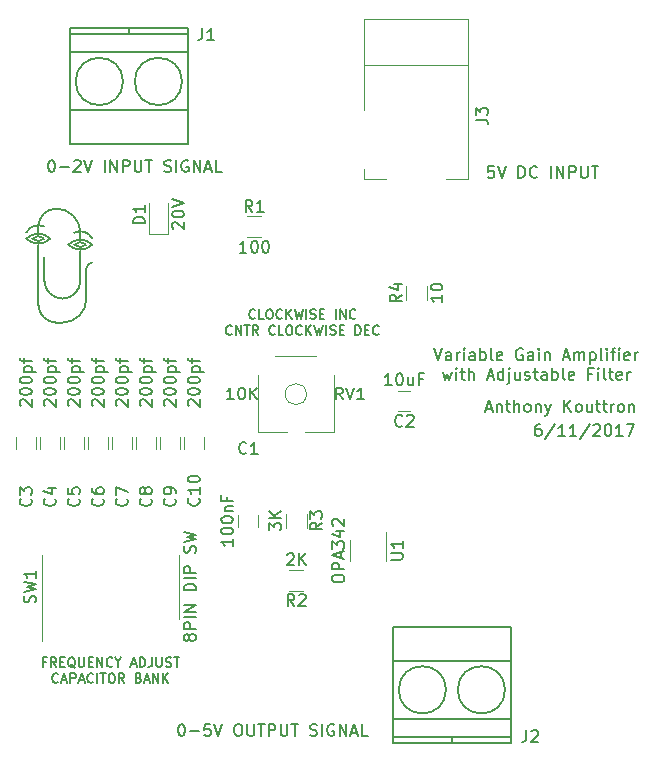
<source format=gbr>
G04 #@! TF.FileFunction,Legend,Top*
%FSLAX46Y46*%
G04 Gerber Fmt 4.6, Leading zero omitted, Abs format (unit mm)*
G04 Created by KiCad (PCBNEW 4.0.6) date 03/04/18 21:13:50*
%MOMM*%
%LPD*%
G01*
G04 APERTURE LIST*
%ADD10C,0.100000*%
%ADD11C,0.200000*%
%ADD12C,0.150000*%
%ADD13C,0.120000*%
G04 APERTURE END LIST*
D10*
D11*
X139192000Y-84328000D02*
G75*
G03X137668000Y-84836000I-508000J-1016000D01*
G01*
X143256000Y-85344000D02*
G75*
G03X141732000Y-84836000I-1016000J-508000D01*
G01*
X139192000Y-88900000D02*
X139192000Y-86868000D01*
X142240000Y-84836000D02*
X142240000Y-85344000D01*
X142240000Y-88900000D02*
X142240000Y-86360000D01*
X138684000Y-90932000D02*
X138684000Y-85852000D01*
X138684000Y-84328000D02*
X138684000Y-84836000D01*
X141224000Y-85852000D02*
G75*
G03X143256000Y-85852000I1016000J1016000D01*
G01*
X143256000Y-85852000D02*
G75*
G03X141224000Y-85852000I-1016000J-1016000D01*
G01*
X141732000Y-85852000D02*
G75*
G03X142748000Y-85852000I508000J508000D01*
G01*
X142748000Y-85852000D02*
G75*
G03X141732000Y-85852000I-508000J-508000D01*
G01*
X139700000Y-85344000D02*
G75*
G03X137668000Y-85344000I-1016000J-1016000D01*
G01*
X137668000Y-85344000D02*
G75*
G03X139700000Y-85344000I1016000J1016000D01*
G01*
X139192000Y-85344000D02*
G75*
G03X138176000Y-85344000I-508000J-508000D01*
G01*
X138176000Y-85344000D02*
G75*
G03X139192000Y-85344000I508000J508000D01*
G01*
X143256000Y-87376000D02*
G75*
G03X142748000Y-87884000I0J-508000D01*
G01*
X142748000Y-90424000D02*
X142748000Y-87884000D01*
X140716000Y-92456000D02*
X140208000Y-92456000D01*
X140716000Y-92456000D02*
G75*
G03X142748000Y-90424000I0J2032000D01*
G01*
X138684000Y-90932000D02*
G75*
G03X140208000Y-92456000I1524000J0D01*
G01*
X142240000Y-84836000D02*
G75*
G03X140208000Y-82804000I-2032000J0D01*
G01*
X140208000Y-82804000D02*
G75*
G03X138684000Y-84328000I0J-1524000D01*
G01*
X140716000Y-90424000D02*
G75*
G03X142240000Y-88900000I0J1524000D01*
G01*
X139192000Y-88900000D02*
G75*
G03X140716000Y-90424000I1524000J0D01*
G01*
D12*
X157036000Y-92066714D02*
X156997905Y-92104810D01*
X156883619Y-92142905D01*
X156807429Y-92142905D01*
X156693143Y-92104810D01*
X156616952Y-92028619D01*
X156578857Y-91952429D01*
X156540762Y-91800048D01*
X156540762Y-91685762D01*
X156578857Y-91533381D01*
X156616952Y-91457190D01*
X156693143Y-91381000D01*
X156807429Y-91342905D01*
X156883619Y-91342905D01*
X156997905Y-91381000D01*
X157036000Y-91419095D01*
X157759810Y-92142905D02*
X157378857Y-92142905D01*
X157378857Y-91342905D01*
X158178857Y-91342905D02*
X158331238Y-91342905D01*
X158407429Y-91381000D01*
X158483619Y-91457190D01*
X158521714Y-91609571D01*
X158521714Y-91876238D01*
X158483619Y-92028619D01*
X158407429Y-92104810D01*
X158331238Y-92142905D01*
X158178857Y-92142905D01*
X158102667Y-92104810D01*
X158026476Y-92028619D01*
X157988381Y-91876238D01*
X157988381Y-91609571D01*
X158026476Y-91457190D01*
X158102667Y-91381000D01*
X158178857Y-91342905D01*
X159321714Y-92066714D02*
X159283619Y-92104810D01*
X159169333Y-92142905D01*
X159093143Y-92142905D01*
X158978857Y-92104810D01*
X158902666Y-92028619D01*
X158864571Y-91952429D01*
X158826476Y-91800048D01*
X158826476Y-91685762D01*
X158864571Y-91533381D01*
X158902666Y-91457190D01*
X158978857Y-91381000D01*
X159093143Y-91342905D01*
X159169333Y-91342905D01*
X159283619Y-91381000D01*
X159321714Y-91419095D01*
X159664571Y-92142905D02*
X159664571Y-91342905D01*
X160121714Y-92142905D02*
X159778857Y-91685762D01*
X160121714Y-91342905D02*
X159664571Y-91800048D01*
X160388381Y-91342905D02*
X160578857Y-92142905D01*
X160731238Y-91571476D01*
X160883619Y-92142905D01*
X161074095Y-91342905D01*
X161378857Y-92142905D02*
X161378857Y-91342905D01*
X161721714Y-92104810D02*
X161836000Y-92142905D01*
X162026476Y-92142905D01*
X162102666Y-92104810D01*
X162140762Y-92066714D01*
X162178857Y-91990524D01*
X162178857Y-91914333D01*
X162140762Y-91838143D01*
X162102666Y-91800048D01*
X162026476Y-91761952D01*
X161874095Y-91723857D01*
X161797904Y-91685762D01*
X161759809Y-91647667D01*
X161721714Y-91571476D01*
X161721714Y-91495286D01*
X161759809Y-91419095D01*
X161797904Y-91381000D01*
X161874095Y-91342905D01*
X162064571Y-91342905D01*
X162178857Y-91381000D01*
X162521714Y-91723857D02*
X162788381Y-91723857D01*
X162902667Y-92142905D02*
X162521714Y-92142905D01*
X162521714Y-91342905D01*
X162902667Y-91342905D01*
X163855048Y-92142905D02*
X163855048Y-91342905D01*
X164236000Y-92142905D02*
X164236000Y-91342905D01*
X164693143Y-92142905D01*
X164693143Y-91342905D01*
X165531238Y-92066714D02*
X165493143Y-92104810D01*
X165378857Y-92142905D01*
X165302667Y-92142905D01*
X165188381Y-92104810D01*
X165112190Y-92028619D01*
X165074095Y-91952429D01*
X165036000Y-91800048D01*
X165036000Y-91685762D01*
X165074095Y-91533381D01*
X165112190Y-91457190D01*
X165188381Y-91381000D01*
X165302667Y-91342905D01*
X165378857Y-91342905D01*
X165493143Y-91381000D01*
X165531238Y-91419095D01*
X155055047Y-93416714D02*
X155016952Y-93454810D01*
X154902666Y-93492905D01*
X154826476Y-93492905D01*
X154712190Y-93454810D01*
X154635999Y-93378619D01*
X154597904Y-93302429D01*
X154559809Y-93150048D01*
X154559809Y-93035762D01*
X154597904Y-92883381D01*
X154635999Y-92807190D01*
X154712190Y-92731000D01*
X154826476Y-92692905D01*
X154902666Y-92692905D01*
X155016952Y-92731000D01*
X155055047Y-92769095D01*
X155397904Y-93492905D02*
X155397904Y-92692905D01*
X155855047Y-93492905D01*
X155855047Y-92692905D01*
X156121713Y-92692905D02*
X156578856Y-92692905D01*
X156350285Y-93492905D02*
X156350285Y-92692905D01*
X157302666Y-93492905D02*
X157035999Y-93111952D01*
X156845523Y-93492905D02*
X156845523Y-92692905D01*
X157150285Y-92692905D01*
X157226476Y-92731000D01*
X157264571Y-92769095D01*
X157302666Y-92845286D01*
X157302666Y-92959571D01*
X157264571Y-93035762D01*
X157226476Y-93073857D01*
X157150285Y-93111952D01*
X156845523Y-93111952D01*
X158712190Y-93416714D02*
X158674095Y-93454810D01*
X158559809Y-93492905D01*
X158483619Y-93492905D01*
X158369333Y-93454810D01*
X158293142Y-93378619D01*
X158255047Y-93302429D01*
X158216952Y-93150048D01*
X158216952Y-93035762D01*
X158255047Y-92883381D01*
X158293142Y-92807190D01*
X158369333Y-92731000D01*
X158483619Y-92692905D01*
X158559809Y-92692905D01*
X158674095Y-92731000D01*
X158712190Y-92769095D01*
X159436000Y-93492905D02*
X159055047Y-93492905D01*
X159055047Y-92692905D01*
X159855047Y-92692905D02*
X160007428Y-92692905D01*
X160083619Y-92731000D01*
X160159809Y-92807190D01*
X160197904Y-92959571D01*
X160197904Y-93226238D01*
X160159809Y-93378619D01*
X160083619Y-93454810D01*
X160007428Y-93492905D01*
X159855047Y-93492905D01*
X159778857Y-93454810D01*
X159702666Y-93378619D01*
X159664571Y-93226238D01*
X159664571Y-92959571D01*
X159702666Y-92807190D01*
X159778857Y-92731000D01*
X159855047Y-92692905D01*
X160997904Y-93416714D02*
X160959809Y-93454810D01*
X160845523Y-93492905D01*
X160769333Y-93492905D01*
X160655047Y-93454810D01*
X160578856Y-93378619D01*
X160540761Y-93302429D01*
X160502666Y-93150048D01*
X160502666Y-93035762D01*
X160540761Y-92883381D01*
X160578856Y-92807190D01*
X160655047Y-92731000D01*
X160769333Y-92692905D01*
X160845523Y-92692905D01*
X160959809Y-92731000D01*
X160997904Y-92769095D01*
X161340761Y-93492905D02*
X161340761Y-92692905D01*
X161797904Y-93492905D02*
X161455047Y-93035762D01*
X161797904Y-92692905D02*
X161340761Y-93150048D01*
X162064571Y-92692905D02*
X162255047Y-93492905D01*
X162407428Y-92921476D01*
X162559809Y-93492905D01*
X162750285Y-92692905D01*
X163055047Y-93492905D02*
X163055047Y-92692905D01*
X163397904Y-93454810D02*
X163512190Y-93492905D01*
X163702666Y-93492905D01*
X163778856Y-93454810D01*
X163816952Y-93416714D01*
X163855047Y-93340524D01*
X163855047Y-93264333D01*
X163816952Y-93188143D01*
X163778856Y-93150048D01*
X163702666Y-93111952D01*
X163550285Y-93073857D01*
X163474094Y-93035762D01*
X163435999Y-92997667D01*
X163397904Y-92921476D01*
X163397904Y-92845286D01*
X163435999Y-92769095D01*
X163474094Y-92731000D01*
X163550285Y-92692905D01*
X163740761Y-92692905D01*
X163855047Y-92731000D01*
X164197904Y-93073857D02*
X164464571Y-93073857D01*
X164578857Y-93492905D02*
X164197904Y-93492905D01*
X164197904Y-92692905D01*
X164578857Y-92692905D01*
X165531238Y-93492905D02*
X165531238Y-92692905D01*
X165721714Y-92692905D01*
X165836000Y-92731000D01*
X165912191Y-92807190D01*
X165950286Y-92883381D01*
X165988381Y-93035762D01*
X165988381Y-93150048D01*
X165950286Y-93302429D01*
X165912191Y-93378619D01*
X165836000Y-93454810D01*
X165721714Y-93492905D01*
X165531238Y-93492905D01*
X166331238Y-93073857D02*
X166597905Y-93073857D01*
X166712191Y-93492905D02*
X166331238Y-93492905D01*
X166331238Y-92692905D01*
X166712191Y-92692905D01*
X167512191Y-93416714D02*
X167474096Y-93454810D01*
X167359810Y-93492905D01*
X167283620Y-93492905D01*
X167169334Y-93454810D01*
X167093143Y-93378619D01*
X167055048Y-93302429D01*
X167016953Y-93150048D01*
X167016953Y-93035762D01*
X167055048Y-92883381D01*
X167093143Y-92807190D01*
X167169334Y-92731000D01*
X167283620Y-92692905D01*
X167359810Y-92692905D01*
X167474096Y-92731000D01*
X167512191Y-92769095D01*
X181197715Y-101052381D02*
X181007238Y-101052381D01*
X180912000Y-101100000D01*
X180864381Y-101147619D01*
X180769143Y-101290476D01*
X180721524Y-101480952D01*
X180721524Y-101861905D01*
X180769143Y-101957143D01*
X180816762Y-102004762D01*
X180912000Y-102052381D01*
X181102477Y-102052381D01*
X181197715Y-102004762D01*
X181245334Y-101957143D01*
X181292953Y-101861905D01*
X181292953Y-101623810D01*
X181245334Y-101528571D01*
X181197715Y-101480952D01*
X181102477Y-101433333D01*
X180912000Y-101433333D01*
X180816762Y-101480952D01*
X180769143Y-101528571D01*
X180721524Y-101623810D01*
X182435810Y-101004762D02*
X181578667Y-102290476D01*
X183292953Y-102052381D02*
X182721524Y-102052381D01*
X183007238Y-102052381D02*
X183007238Y-101052381D01*
X182912000Y-101195238D01*
X182816762Y-101290476D01*
X182721524Y-101338095D01*
X184245334Y-102052381D02*
X183673905Y-102052381D01*
X183959619Y-102052381D02*
X183959619Y-101052381D01*
X183864381Y-101195238D01*
X183769143Y-101290476D01*
X183673905Y-101338095D01*
X185388191Y-101004762D02*
X184531048Y-102290476D01*
X185673905Y-101147619D02*
X185721524Y-101100000D01*
X185816762Y-101052381D01*
X186054858Y-101052381D01*
X186150096Y-101100000D01*
X186197715Y-101147619D01*
X186245334Y-101242857D01*
X186245334Y-101338095D01*
X186197715Y-101480952D01*
X185626286Y-102052381D01*
X186245334Y-102052381D01*
X186864381Y-101052381D02*
X186959620Y-101052381D01*
X187054858Y-101100000D01*
X187102477Y-101147619D01*
X187150096Y-101242857D01*
X187197715Y-101433333D01*
X187197715Y-101671429D01*
X187150096Y-101861905D01*
X187102477Y-101957143D01*
X187054858Y-102004762D01*
X186959620Y-102052381D01*
X186864381Y-102052381D01*
X186769143Y-102004762D01*
X186721524Y-101957143D01*
X186673905Y-101861905D01*
X186626286Y-101671429D01*
X186626286Y-101433333D01*
X186673905Y-101242857D01*
X186721524Y-101147619D01*
X186769143Y-101100000D01*
X186864381Y-101052381D01*
X188150096Y-102052381D02*
X187578667Y-102052381D01*
X187864381Y-102052381D02*
X187864381Y-101052381D01*
X187769143Y-101195238D01*
X187673905Y-101290476D01*
X187578667Y-101338095D01*
X188483429Y-101052381D02*
X189150096Y-101052381D01*
X188721524Y-102052381D01*
X172205142Y-94639381D02*
X172538475Y-95639381D01*
X172871809Y-94639381D01*
X173633714Y-95639381D02*
X173633714Y-95115571D01*
X173586095Y-95020333D01*
X173490857Y-94972714D01*
X173300380Y-94972714D01*
X173205142Y-95020333D01*
X173633714Y-95591762D02*
X173538476Y-95639381D01*
X173300380Y-95639381D01*
X173205142Y-95591762D01*
X173157523Y-95496524D01*
X173157523Y-95401286D01*
X173205142Y-95306048D01*
X173300380Y-95258429D01*
X173538476Y-95258429D01*
X173633714Y-95210810D01*
X174109904Y-95639381D02*
X174109904Y-94972714D01*
X174109904Y-95163190D02*
X174157523Y-95067952D01*
X174205142Y-95020333D01*
X174300380Y-94972714D01*
X174395619Y-94972714D01*
X174728952Y-95639381D02*
X174728952Y-94972714D01*
X174728952Y-94639381D02*
X174681333Y-94687000D01*
X174728952Y-94734619D01*
X174776571Y-94687000D01*
X174728952Y-94639381D01*
X174728952Y-94734619D01*
X175633714Y-95639381D02*
X175633714Y-95115571D01*
X175586095Y-95020333D01*
X175490857Y-94972714D01*
X175300380Y-94972714D01*
X175205142Y-95020333D01*
X175633714Y-95591762D02*
X175538476Y-95639381D01*
X175300380Y-95639381D01*
X175205142Y-95591762D01*
X175157523Y-95496524D01*
X175157523Y-95401286D01*
X175205142Y-95306048D01*
X175300380Y-95258429D01*
X175538476Y-95258429D01*
X175633714Y-95210810D01*
X176109904Y-95639381D02*
X176109904Y-94639381D01*
X176109904Y-95020333D02*
X176205142Y-94972714D01*
X176395619Y-94972714D01*
X176490857Y-95020333D01*
X176538476Y-95067952D01*
X176586095Y-95163190D01*
X176586095Y-95448905D01*
X176538476Y-95544143D01*
X176490857Y-95591762D01*
X176395619Y-95639381D01*
X176205142Y-95639381D01*
X176109904Y-95591762D01*
X177157523Y-95639381D02*
X177062285Y-95591762D01*
X177014666Y-95496524D01*
X177014666Y-94639381D01*
X177919429Y-95591762D02*
X177824191Y-95639381D01*
X177633714Y-95639381D01*
X177538476Y-95591762D01*
X177490857Y-95496524D01*
X177490857Y-95115571D01*
X177538476Y-95020333D01*
X177633714Y-94972714D01*
X177824191Y-94972714D01*
X177919429Y-95020333D01*
X177967048Y-95115571D01*
X177967048Y-95210810D01*
X177490857Y-95306048D01*
X179681334Y-94687000D02*
X179586096Y-94639381D01*
X179443239Y-94639381D01*
X179300381Y-94687000D01*
X179205143Y-94782238D01*
X179157524Y-94877476D01*
X179109905Y-95067952D01*
X179109905Y-95210810D01*
X179157524Y-95401286D01*
X179205143Y-95496524D01*
X179300381Y-95591762D01*
X179443239Y-95639381D01*
X179538477Y-95639381D01*
X179681334Y-95591762D01*
X179728953Y-95544143D01*
X179728953Y-95210810D01*
X179538477Y-95210810D01*
X180586096Y-95639381D02*
X180586096Y-95115571D01*
X180538477Y-95020333D01*
X180443239Y-94972714D01*
X180252762Y-94972714D01*
X180157524Y-95020333D01*
X180586096Y-95591762D02*
X180490858Y-95639381D01*
X180252762Y-95639381D01*
X180157524Y-95591762D01*
X180109905Y-95496524D01*
X180109905Y-95401286D01*
X180157524Y-95306048D01*
X180252762Y-95258429D01*
X180490858Y-95258429D01*
X180586096Y-95210810D01*
X181062286Y-95639381D02*
X181062286Y-94972714D01*
X181062286Y-94639381D02*
X181014667Y-94687000D01*
X181062286Y-94734619D01*
X181109905Y-94687000D01*
X181062286Y-94639381D01*
X181062286Y-94734619D01*
X181538476Y-94972714D02*
X181538476Y-95639381D01*
X181538476Y-95067952D02*
X181586095Y-95020333D01*
X181681333Y-94972714D01*
X181824191Y-94972714D01*
X181919429Y-95020333D01*
X181967048Y-95115571D01*
X181967048Y-95639381D01*
X183157524Y-95353667D02*
X183633715Y-95353667D01*
X183062286Y-95639381D02*
X183395619Y-94639381D01*
X183728953Y-95639381D01*
X184062286Y-95639381D02*
X184062286Y-94972714D01*
X184062286Y-95067952D02*
X184109905Y-95020333D01*
X184205143Y-94972714D01*
X184348001Y-94972714D01*
X184443239Y-95020333D01*
X184490858Y-95115571D01*
X184490858Y-95639381D01*
X184490858Y-95115571D02*
X184538477Y-95020333D01*
X184633715Y-94972714D01*
X184776572Y-94972714D01*
X184871810Y-95020333D01*
X184919429Y-95115571D01*
X184919429Y-95639381D01*
X185395619Y-94972714D02*
X185395619Y-95972714D01*
X185395619Y-95020333D02*
X185490857Y-94972714D01*
X185681334Y-94972714D01*
X185776572Y-95020333D01*
X185824191Y-95067952D01*
X185871810Y-95163190D01*
X185871810Y-95448905D01*
X185824191Y-95544143D01*
X185776572Y-95591762D01*
X185681334Y-95639381D01*
X185490857Y-95639381D01*
X185395619Y-95591762D01*
X186443238Y-95639381D02*
X186348000Y-95591762D01*
X186300381Y-95496524D01*
X186300381Y-94639381D01*
X186824191Y-95639381D02*
X186824191Y-94972714D01*
X186824191Y-94639381D02*
X186776572Y-94687000D01*
X186824191Y-94734619D01*
X186871810Y-94687000D01*
X186824191Y-94639381D01*
X186824191Y-94734619D01*
X187157524Y-94972714D02*
X187538476Y-94972714D01*
X187300381Y-95639381D02*
X187300381Y-94782238D01*
X187348000Y-94687000D01*
X187443238Y-94639381D01*
X187538476Y-94639381D01*
X187871810Y-95639381D02*
X187871810Y-94972714D01*
X187871810Y-94639381D02*
X187824191Y-94687000D01*
X187871810Y-94734619D01*
X187919429Y-94687000D01*
X187871810Y-94639381D01*
X187871810Y-94734619D01*
X188728953Y-95591762D02*
X188633715Y-95639381D01*
X188443238Y-95639381D01*
X188348000Y-95591762D01*
X188300381Y-95496524D01*
X188300381Y-95115571D01*
X188348000Y-95020333D01*
X188443238Y-94972714D01*
X188633715Y-94972714D01*
X188728953Y-95020333D01*
X188776572Y-95115571D01*
X188776572Y-95210810D01*
X188300381Y-95306048D01*
X189205143Y-95639381D02*
X189205143Y-94972714D01*
X189205143Y-95163190D02*
X189252762Y-95067952D01*
X189300381Y-95020333D01*
X189395619Y-94972714D01*
X189490858Y-94972714D01*
X172919427Y-96622714D02*
X173109903Y-97289381D01*
X173300380Y-96813190D01*
X173490856Y-97289381D01*
X173681332Y-96622714D01*
X174062284Y-97289381D02*
X174062284Y-96622714D01*
X174062284Y-96289381D02*
X174014665Y-96337000D01*
X174062284Y-96384619D01*
X174109903Y-96337000D01*
X174062284Y-96289381D01*
X174062284Y-96384619D01*
X174395617Y-96622714D02*
X174776569Y-96622714D01*
X174538474Y-96289381D02*
X174538474Y-97146524D01*
X174586093Y-97241762D01*
X174681331Y-97289381D01*
X174776569Y-97289381D01*
X175109903Y-97289381D02*
X175109903Y-96289381D01*
X175538475Y-97289381D02*
X175538475Y-96765571D01*
X175490856Y-96670333D01*
X175395618Y-96622714D01*
X175252760Y-96622714D01*
X175157522Y-96670333D01*
X175109903Y-96717952D01*
X176728951Y-97003667D02*
X177205142Y-97003667D01*
X176633713Y-97289381D02*
X176967046Y-96289381D01*
X177300380Y-97289381D01*
X178062285Y-97289381D02*
X178062285Y-96289381D01*
X178062285Y-97241762D02*
X177967047Y-97289381D01*
X177776570Y-97289381D01*
X177681332Y-97241762D01*
X177633713Y-97194143D01*
X177586094Y-97098905D01*
X177586094Y-96813190D01*
X177633713Y-96717952D01*
X177681332Y-96670333D01*
X177776570Y-96622714D01*
X177967047Y-96622714D01*
X178062285Y-96670333D01*
X178538475Y-96622714D02*
X178538475Y-97479857D01*
X178490856Y-97575095D01*
X178395618Y-97622714D01*
X178347999Y-97622714D01*
X178538475Y-96289381D02*
X178490856Y-96337000D01*
X178538475Y-96384619D01*
X178586094Y-96337000D01*
X178538475Y-96289381D01*
X178538475Y-96384619D01*
X179443237Y-96622714D02*
X179443237Y-97289381D01*
X179014665Y-96622714D02*
X179014665Y-97146524D01*
X179062284Y-97241762D01*
X179157522Y-97289381D01*
X179300380Y-97289381D01*
X179395618Y-97241762D01*
X179443237Y-97194143D01*
X179871808Y-97241762D02*
X179967046Y-97289381D01*
X180157522Y-97289381D01*
X180252761Y-97241762D01*
X180300380Y-97146524D01*
X180300380Y-97098905D01*
X180252761Y-97003667D01*
X180157522Y-96956048D01*
X180014665Y-96956048D01*
X179919427Y-96908429D01*
X179871808Y-96813190D01*
X179871808Y-96765571D01*
X179919427Y-96670333D01*
X180014665Y-96622714D01*
X180157522Y-96622714D01*
X180252761Y-96670333D01*
X180586094Y-96622714D02*
X180967046Y-96622714D01*
X180728951Y-96289381D02*
X180728951Y-97146524D01*
X180776570Y-97241762D01*
X180871808Y-97289381D01*
X180967046Y-97289381D01*
X181728952Y-97289381D02*
X181728952Y-96765571D01*
X181681333Y-96670333D01*
X181586095Y-96622714D01*
X181395618Y-96622714D01*
X181300380Y-96670333D01*
X181728952Y-97241762D02*
X181633714Y-97289381D01*
X181395618Y-97289381D01*
X181300380Y-97241762D01*
X181252761Y-97146524D01*
X181252761Y-97051286D01*
X181300380Y-96956048D01*
X181395618Y-96908429D01*
X181633714Y-96908429D01*
X181728952Y-96860810D01*
X182205142Y-97289381D02*
X182205142Y-96289381D01*
X182205142Y-96670333D02*
X182300380Y-96622714D01*
X182490857Y-96622714D01*
X182586095Y-96670333D01*
X182633714Y-96717952D01*
X182681333Y-96813190D01*
X182681333Y-97098905D01*
X182633714Y-97194143D01*
X182586095Y-97241762D01*
X182490857Y-97289381D01*
X182300380Y-97289381D01*
X182205142Y-97241762D01*
X183252761Y-97289381D02*
X183157523Y-97241762D01*
X183109904Y-97146524D01*
X183109904Y-96289381D01*
X184014667Y-97241762D02*
X183919429Y-97289381D01*
X183728952Y-97289381D01*
X183633714Y-97241762D01*
X183586095Y-97146524D01*
X183586095Y-96765571D01*
X183633714Y-96670333D01*
X183728952Y-96622714D01*
X183919429Y-96622714D01*
X184014667Y-96670333D01*
X184062286Y-96765571D01*
X184062286Y-96860810D01*
X183586095Y-96956048D01*
X185586096Y-96765571D02*
X185252762Y-96765571D01*
X185252762Y-97289381D02*
X185252762Y-96289381D01*
X185728953Y-96289381D01*
X186109905Y-97289381D02*
X186109905Y-96622714D01*
X186109905Y-96289381D02*
X186062286Y-96337000D01*
X186109905Y-96384619D01*
X186157524Y-96337000D01*
X186109905Y-96289381D01*
X186109905Y-96384619D01*
X186728952Y-97289381D02*
X186633714Y-97241762D01*
X186586095Y-97146524D01*
X186586095Y-96289381D01*
X186967048Y-96622714D02*
X187348000Y-96622714D01*
X187109905Y-96289381D02*
X187109905Y-97146524D01*
X187157524Y-97241762D01*
X187252762Y-97289381D01*
X187348000Y-97289381D01*
X188062287Y-97241762D02*
X187967049Y-97289381D01*
X187776572Y-97289381D01*
X187681334Y-97241762D01*
X187633715Y-97146524D01*
X187633715Y-96765571D01*
X187681334Y-96670333D01*
X187776572Y-96622714D01*
X187967049Y-96622714D01*
X188062287Y-96670333D01*
X188109906Y-96765571D01*
X188109906Y-96860810D01*
X187633715Y-96956048D01*
X188538477Y-97289381D02*
X188538477Y-96622714D01*
X188538477Y-96813190D02*
X188586096Y-96717952D01*
X188633715Y-96670333D01*
X188728953Y-96622714D01*
X188824192Y-96622714D01*
X176594284Y-99734667D02*
X177070475Y-99734667D01*
X176499046Y-100020381D02*
X176832379Y-99020381D01*
X177165713Y-100020381D01*
X177499046Y-99353714D02*
X177499046Y-100020381D01*
X177499046Y-99448952D02*
X177546665Y-99401333D01*
X177641903Y-99353714D01*
X177784761Y-99353714D01*
X177879999Y-99401333D01*
X177927618Y-99496571D01*
X177927618Y-100020381D01*
X178260951Y-99353714D02*
X178641903Y-99353714D01*
X178403808Y-99020381D02*
X178403808Y-99877524D01*
X178451427Y-99972762D01*
X178546665Y-100020381D01*
X178641903Y-100020381D01*
X178975237Y-100020381D02*
X178975237Y-99020381D01*
X179403809Y-100020381D02*
X179403809Y-99496571D01*
X179356190Y-99401333D01*
X179260952Y-99353714D01*
X179118094Y-99353714D01*
X179022856Y-99401333D01*
X178975237Y-99448952D01*
X180022856Y-100020381D02*
X179927618Y-99972762D01*
X179879999Y-99925143D01*
X179832380Y-99829905D01*
X179832380Y-99544190D01*
X179879999Y-99448952D01*
X179927618Y-99401333D01*
X180022856Y-99353714D01*
X180165714Y-99353714D01*
X180260952Y-99401333D01*
X180308571Y-99448952D01*
X180356190Y-99544190D01*
X180356190Y-99829905D01*
X180308571Y-99925143D01*
X180260952Y-99972762D01*
X180165714Y-100020381D01*
X180022856Y-100020381D01*
X180784761Y-99353714D02*
X180784761Y-100020381D01*
X180784761Y-99448952D02*
X180832380Y-99401333D01*
X180927618Y-99353714D01*
X181070476Y-99353714D01*
X181165714Y-99401333D01*
X181213333Y-99496571D01*
X181213333Y-100020381D01*
X181594285Y-99353714D02*
X181832380Y-100020381D01*
X182070476Y-99353714D02*
X181832380Y-100020381D01*
X181737142Y-100258476D01*
X181689523Y-100306095D01*
X181594285Y-100353714D01*
X183213333Y-100020381D02*
X183213333Y-99020381D01*
X183784762Y-100020381D02*
X183356190Y-99448952D01*
X183784762Y-99020381D02*
X183213333Y-99591810D01*
X184356190Y-100020381D02*
X184260952Y-99972762D01*
X184213333Y-99925143D01*
X184165714Y-99829905D01*
X184165714Y-99544190D01*
X184213333Y-99448952D01*
X184260952Y-99401333D01*
X184356190Y-99353714D01*
X184499048Y-99353714D01*
X184594286Y-99401333D01*
X184641905Y-99448952D01*
X184689524Y-99544190D01*
X184689524Y-99829905D01*
X184641905Y-99925143D01*
X184594286Y-99972762D01*
X184499048Y-100020381D01*
X184356190Y-100020381D01*
X185546667Y-99353714D02*
X185546667Y-100020381D01*
X185118095Y-99353714D02*
X185118095Y-99877524D01*
X185165714Y-99972762D01*
X185260952Y-100020381D01*
X185403810Y-100020381D01*
X185499048Y-99972762D01*
X185546667Y-99925143D01*
X185880000Y-99353714D02*
X186260952Y-99353714D01*
X186022857Y-99020381D02*
X186022857Y-99877524D01*
X186070476Y-99972762D01*
X186165714Y-100020381D01*
X186260952Y-100020381D01*
X186451429Y-99353714D02*
X186832381Y-99353714D01*
X186594286Y-99020381D02*
X186594286Y-99877524D01*
X186641905Y-99972762D01*
X186737143Y-100020381D01*
X186832381Y-100020381D01*
X187165715Y-100020381D02*
X187165715Y-99353714D01*
X187165715Y-99544190D02*
X187213334Y-99448952D01*
X187260953Y-99401333D01*
X187356191Y-99353714D01*
X187451430Y-99353714D01*
X187927620Y-100020381D02*
X187832382Y-99972762D01*
X187784763Y-99925143D01*
X187737144Y-99829905D01*
X187737144Y-99544190D01*
X187784763Y-99448952D01*
X187832382Y-99401333D01*
X187927620Y-99353714D01*
X188070478Y-99353714D01*
X188165716Y-99401333D01*
X188213335Y-99448952D01*
X188260954Y-99544190D01*
X188260954Y-99829905D01*
X188213335Y-99925143D01*
X188165716Y-99972762D01*
X188070478Y-100020381D01*
X187927620Y-100020381D01*
X188689525Y-99353714D02*
X188689525Y-100020381D01*
X188689525Y-99448952D02*
X188737144Y-99401333D01*
X188832382Y-99353714D01*
X188975240Y-99353714D01*
X189070478Y-99401333D01*
X189118097Y-99496571D01*
X189118097Y-100020381D01*
X139313334Y-121187857D02*
X139046667Y-121187857D01*
X139046667Y-121606905D02*
X139046667Y-120806905D01*
X139427620Y-120806905D01*
X140189524Y-121606905D02*
X139922857Y-121225952D01*
X139732381Y-121606905D02*
X139732381Y-120806905D01*
X140037143Y-120806905D01*
X140113334Y-120845000D01*
X140151429Y-120883095D01*
X140189524Y-120959286D01*
X140189524Y-121073571D01*
X140151429Y-121149762D01*
X140113334Y-121187857D01*
X140037143Y-121225952D01*
X139732381Y-121225952D01*
X140532381Y-121187857D02*
X140799048Y-121187857D01*
X140913334Y-121606905D02*
X140532381Y-121606905D01*
X140532381Y-120806905D01*
X140913334Y-120806905D01*
X141789525Y-121683095D02*
X141713334Y-121645000D01*
X141637144Y-121568810D01*
X141522858Y-121454524D01*
X141446667Y-121416429D01*
X141370477Y-121416429D01*
X141408572Y-121606905D02*
X141332382Y-121568810D01*
X141256191Y-121492619D01*
X141218096Y-121340238D01*
X141218096Y-121073571D01*
X141256191Y-120921190D01*
X141332382Y-120845000D01*
X141408572Y-120806905D01*
X141560953Y-120806905D01*
X141637144Y-120845000D01*
X141713334Y-120921190D01*
X141751429Y-121073571D01*
X141751429Y-121340238D01*
X141713334Y-121492619D01*
X141637144Y-121568810D01*
X141560953Y-121606905D01*
X141408572Y-121606905D01*
X142094286Y-120806905D02*
X142094286Y-121454524D01*
X142132381Y-121530714D01*
X142170477Y-121568810D01*
X142246667Y-121606905D01*
X142399048Y-121606905D01*
X142475239Y-121568810D01*
X142513334Y-121530714D01*
X142551429Y-121454524D01*
X142551429Y-120806905D01*
X142932381Y-121187857D02*
X143199048Y-121187857D01*
X143313334Y-121606905D02*
X142932381Y-121606905D01*
X142932381Y-120806905D01*
X143313334Y-120806905D01*
X143656191Y-121606905D02*
X143656191Y-120806905D01*
X144113334Y-121606905D01*
X144113334Y-120806905D01*
X144951429Y-121530714D02*
X144913334Y-121568810D01*
X144799048Y-121606905D01*
X144722858Y-121606905D01*
X144608572Y-121568810D01*
X144532381Y-121492619D01*
X144494286Y-121416429D01*
X144456191Y-121264048D01*
X144456191Y-121149762D01*
X144494286Y-120997381D01*
X144532381Y-120921190D01*
X144608572Y-120845000D01*
X144722858Y-120806905D01*
X144799048Y-120806905D01*
X144913334Y-120845000D01*
X144951429Y-120883095D01*
X145446667Y-121225952D02*
X145446667Y-121606905D01*
X145180000Y-120806905D02*
X145446667Y-121225952D01*
X145713334Y-120806905D01*
X146551429Y-121378333D02*
X146932381Y-121378333D01*
X146475238Y-121606905D02*
X146741905Y-120806905D01*
X147008572Y-121606905D01*
X147275238Y-121606905D02*
X147275238Y-120806905D01*
X147465714Y-120806905D01*
X147580000Y-120845000D01*
X147656191Y-120921190D01*
X147694286Y-120997381D01*
X147732381Y-121149762D01*
X147732381Y-121264048D01*
X147694286Y-121416429D01*
X147656191Y-121492619D01*
X147580000Y-121568810D01*
X147465714Y-121606905D01*
X147275238Y-121606905D01*
X148303810Y-120806905D02*
X148303810Y-121378333D01*
X148265714Y-121492619D01*
X148189524Y-121568810D01*
X148075238Y-121606905D01*
X147999048Y-121606905D01*
X148684762Y-120806905D02*
X148684762Y-121454524D01*
X148722857Y-121530714D01*
X148760953Y-121568810D01*
X148837143Y-121606905D01*
X148989524Y-121606905D01*
X149065715Y-121568810D01*
X149103810Y-121530714D01*
X149141905Y-121454524D01*
X149141905Y-120806905D01*
X149484762Y-121568810D02*
X149599048Y-121606905D01*
X149789524Y-121606905D01*
X149865714Y-121568810D01*
X149903810Y-121530714D01*
X149941905Y-121454524D01*
X149941905Y-121378333D01*
X149903810Y-121302143D01*
X149865714Y-121264048D01*
X149789524Y-121225952D01*
X149637143Y-121187857D01*
X149560952Y-121149762D01*
X149522857Y-121111667D01*
X149484762Y-121035476D01*
X149484762Y-120959286D01*
X149522857Y-120883095D01*
X149560952Y-120845000D01*
X149637143Y-120806905D01*
X149827619Y-120806905D01*
X149941905Y-120845000D01*
X150170476Y-120806905D02*
X150627619Y-120806905D01*
X150399048Y-121606905D02*
X150399048Y-120806905D01*
X140360953Y-122880714D02*
X140322858Y-122918810D01*
X140208572Y-122956905D01*
X140132382Y-122956905D01*
X140018096Y-122918810D01*
X139941905Y-122842619D01*
X139903810Y-122766429D01*
X139865715Y-122614048D01*
X139865715Y-122499762D01*
X139903810Y-122347381D01*
X139941905Y-122271190D01*
X140018096Y-122195000D01*
X140132382Y-122156905D01*
X140208572Y-122156905D01*
X140322858Y-122195000D01*
X140360953Y-122233095D01*
X140665715Y-122728333D02*
X141046667Y-122728333D01*
X140589524Y-122956905D02*
X140856191Y-122156905D01*
X141122858Y-122956905D01*
X141389524Y-122956905D02*
X141389524Y-122156905D01*
X141694286Y-122156905D01*
X141770477Y-122195000D01*
X141808572Y-122233095D01*
X141846667Y-122309286D01*
X141846667Y-122423571D01*
X141808572Y-122499762D01*
X141770477Y-122537857D01*
X141694286Y-122575952D01*
X141389524Y-122575952D01*
X142151429Y-122728333D02*
X142532381Y-122728333D01*
X142075238Y-122956905D02*
X142341905Y-122156905D01*
X142608572Y-122956905D01*
X143332381Y-122880714D02*
X143294286Y-122918810D01*
X143180000Y-122956905D01*
X143103810Y-122956905D01*
X142989524Y-122918810D01*
X142913333Y-122842619D01*
X142875238Y-122766429D01*
X142837143Y-122614048D01*
X142837143Y-122499762D01*
X142875238Y-122347381D01*
X142913333Y-122271190D01*
X142989524Y-122195000D01*
X143103810Y-122156905D01*
X143180000Y-122156905D01*
X143294286Y-122195000D01*
X143332381Y-122233095D01*
X143675238Y-122956905D02*
X143675238Y-122156905D01*
X143941904Y-122156905D02*
X144399047Y-122156905D01*
X144170476Y-122956905D02*
X144170476Y-122156905D01*
X144818095Y-122156905D02*
X144970476Y-122156905D01*
X145046667Y-122195000D01*
X145122857Y-122271190D01*
X145160952Y-122423571D01*
X145160952Y-122690238D01*
X145122857Y-122842619D01*
X145046667Y-122918810D01*
X144970476Y-122956905D01*
X144818095Y-122956905D01*
X144741905Y-122918810D01*
X144665714Y-122842619D01*
X144627619Y-122690238D01*
X144627619Y-122423571D01*
X144665714Y-122271190D01*
X144741905Y-122195000D01*
X144818095Y-122156905D01*
X145960952Y-122956905D02*
X145694285Y-122575952D01*
X145503809Y-122956905D02*
X145503809Y-122156905D01*
X145808571Y-122156905D01*
X145884762Y-122195000D01*
X145922857Y-122233095D01*
X145960952Y-122309286D01*
X145960952Y-122423571D01*
X145922857Y-122499762D01*
X145884762Y-122537857D01*
X145808571Y-122575952D01*
X145503809Y-122575952D01*
X147180000Y-122537857D02*
X147294286Y-122575952D01*
X147332381Y-122614048D01*
X147370476Y-122690238D01*
X147370476Y-122804524D01*
X147332381Y-122880714D01*
X147294286Y-122918810D01*
X147218095Y-122956905D01*
X146913333Y-122956905D01*
X146913333Y-122156905D01*
X147180000Y-122156905D01*
X147256190Y-122195000D01*
X147294286Y-122233095D01*
X147332381Y-122309286D01*
X147332381Y-122385476D01*
X147294286Y-122461667D01*
X147256190Y-122499762D01*
X147180000Y-122537857D01*
X146913333Y-122537857D01*
X147675238Y-122728333D02*
X148056190Y-122728333D01*
X147599047Y-122956905D02*
X147865714Y-122156905D01*
X148132381Y-122956905D01*
X148399047Y-122956905D02*
X148399047Y-122156905D01*
X148856190Y-122956905D01*
X148856190Y-122156905D01*
X149237142Y-122956905D02*
X149237142Y-122156905D01*
X149694285Y-122956905D02*
X149351428Y-122499762D01*
X149694285Y-122156905D02*
X149237142Y-122614048D01*
D13*
X175088000Y-70622000D02*
X166288000Y-70622000D01*
X166288000Y-74422000D02*
X166288000Y-66722000D01*
X166288000Y-66722000D02*
X175088000Y-66722000D01*
X175088000Y-66722000D02*
X175088000Y-66922000D01*
X168138000Y-80322000D02*
X166288000Y-80322000D01*
X166288000Y-80322000D02*
X166288000Y-79472000D01*
X175088000Y-66822000D02*
X175088000Y-80322000D01*
X175088000Y-80322000D02*
X173238000Y-80322000D01*
X169172000Y-99910000D02*
X170172000Y-99910000D01*
X170172000Y-98210000D02*
X169172000Y-98210000D01*
D12*
X146344000Y-68036000D02*
X146344000Y-67536000D01*
X145844000Y-72036000D02*
G75*
G03X145844000Y-72036000I-2000000J0D01*
G01*
X150844000Y-72036000D02*
G75*
G03X150844000Y-72036000I-2000000J0D01*
G01*
X151344000Y-69536000D02*
X141344000Y-69536000D01*
X151344000Y-74436000D02*
X141344000Y-74436000D01*
X151344000Y-68036000D02*
X141344000Y-68036000D01*
X151344000Y-67536000D02*
X141344000Y-67536000D01*
X141344000Y-67536000D02*
X141344000Y-77336000D01*
X141344000Y-77336000D02*
X151344000Y-77336000D01*
X151344000Y-77336000D02*
X151344000Y-67536000D01*
X173696000Y-127544000D02*
X173696000Y-128044000D01*
X178196000Y-123544000D02*
G75*
G03X178196000Y-123544000I-2000000J0D01*
G01*
X173196000Y-123544000D02*
G75*
G03X173196000Y-123544000I-2000000J0D01*
G01*
X168696000Y-126044000D02*
X178696000Y-126044000D01*
X168696000Y-121144000D02*
X178696000Y-121144000D01*
X168696000Y-127544000D02*
X178696000Y-127544000D01*
X168696000Y-128044000D02*
X178696000Y-128044000D01*
X178696000Y-128044000D02*
X178696000Y-118244000D01*
X178696000Y-118244000D02*
X168696000Y-118244000D01*
X168696000Y-118244000D02*
X168696000Y-128044000D01*
D13*
X157572000Y-85208000D02*
X156372000Y-85208000D01*
X156372000Y-83448000D02*
X157572000Y-83448000D01*
X159928000Y-113420000D02*
X161128000Y-113420000D01*
X161128000Y-115180000D02*
X159928000Y-115180000D01*
X159648000Y-109820000D02*
X159648000Y-108620000D01*
X161408000Y-108620000D02*
X161408000Y-109820000D01*
X171568000Y-89316000D02*
X171568000Y-90516000D01*
X169808000Y-90516000D02*
X169808000Y-89316000D01*
X165064000Y-110880000D02*
X165064000Y-112640000D01*
X168134000Y-112640000D02*
X168134000Y-110210000D01*
X148044000Y-84912000D02*
X149644000Y-84912000D01*
X149644000Y-84912000D02*
X149644000Y-82312000D01*
X148044000Y-84912000D02*
X148044000Y-82312000D01*
X161388000Y-98512000D02*
G75*
G03X161388000Y-98512000I-900000J0D01*
G01*
X163698000Y-96885000D02*
X163698000Y-101722000D01*
X157278000Y-96885000D02*
X157278000Y-101722000D01*
X162230000Y-95302000D02*
X158745000Y-95302000D01*
X163698000Y-101722000D02*
X161245000Y-101722000D01*
X159730000Y-101722000D02*
X157278000Y-101722000D01*
X157314000Y-109720000D02*
X157314000Y-108720000D01*
X155614000Y-108720000D02*
X155614000Y-109720000D01*
X138518000Y-103116000D02*
X138518000Y-102116000D01*
X136818000Y-102116000D02*
X136818000Y-103116000D01*
X140550000Y-103116000D02*
X140550000Y-102116000D01*
X138850000Y-102116000D02*
X138850000Y-103116000D01*
X142582000Y-103116000D02*
X142582000Y-102116000D01*
X140882000Y-102116000D02*
X140882000Y-103116000D01*
X144614000Y-103116000D02*
X144614000Y-102116000D01*
X142914000Y-102116000D02*
X142914000Y-103116000D01*
X146646000Y-103116000D02*
X146646000Y-102116000D01*
X144946000Y-102116000D02*
X144946000Y-103116000D01*
X148678000Y-103116000D02*
X148678000Y-102116000D01*
X146978000Y-102116000D02*
X146978000Y-103116000D01*
X150710000Y-103116000D02*
X150710000Y-102116000D01*
X149010000Y-102116000D02*
X149010000Y-103116000D01*
X152742000Y-103116000D02*
X152742000Y-102116000D01*
X151042000Y-102116000D02*
X151042000Y-103116000D01*
X139005000Y-119418000D02*
X139005000Y-112108000D01*
X150555000Y-117508000D02*
X150555000Y-112108000D01*
D12*
X175730381Y-75265333D02*
X176444667Y-75265333D01*
X176587524Y-75312953D01*
X176682762Y-75408191D01*
X176730381Y-75551048D01*
X176730381Y-75646286D01*
X175730381Y-74884381D02*
X175730381Y-74265333D01*
X176111333Y-74598667D01*
X176111333Y-74455809D01*
X176158952Y-74360571D01*
X176206571Y-74312952D01*
X176301810Y-74265333D01*
X176539905Y-74265333D01*
X176635143Y-74312952D01*
X176682762Y-74360571D01*
X176730381Y-74455809D01*
X176730381Y-74741524D01*
X176682762Y-74836762D01*
X176635143Y-74884381D01*
X177236953Y-79208381D02*
X176760762Y-79208381D01*
X176713143Y-79684571D01*
X176760762Y-79636952D01*
X176856000Y-79589333D01*
X177094096Y-79589333D01*
X177189334Y-79636952D01*
X177236953Y-79684571D01*
X177284572Y-79779810D01*
X177284572Y-80017905D01*
X177236953Y-80113143D01*
X177189334Y-80160762D01*
X177094096Y-80208381D01*
X176856000Y-80208381D01*
X176760762Y-80160762D01*
X176713143Y-80113143D01*
X177570286Y-79208381D02*
X177903619Y-80208381D01*
X178236953Y-79208381D01*
X179332191Y-80208381D02*
X179332191Y-79208381D01*
X179570286Y-79208381D01*
X179713144Y-79256000D01*
X179808382Y-79351238D01*
X179856001Y-79446476D01*
X179903620Y-79636952D01*
X179903620Y-79779810D01*
X179856001Y-79970286D01*
X179808382Y-80065524D01*
X179713144Y-80160762D01*
X179570286Y-80208381D01*
X179332191Y-80208381D01*
X180903620Y-80113143D02*
X180856001Y-80160762D01*
X180713144Y-80208381D01*
X180617906Y-80208381D01*
X180475048Y-80160762D01*
X180379810Y-80065524D01*
X180332191Y-79970286D01*
X180284572Y-79779810D01*
X180284572Y-79636952D01*
X180332191Y-79446476D01*
X180379810Y-79351238D01*
X180475048Y-79256000D01*
X180617906Y-79208381D01*
X180713144Y-79208381D01*
X180856001Y-79256000D01*
X180903620Y-79303619D01*
X182094096Y-80208381D02*
X182094096Y-79208381D01*
X182570286Y-80208381D02*
X182570286Y-79208381D01*
X183141715Y-80208381D01*
X183141715Y-79208381D01*
X183617905Y-80208381D02*
X183617905Y-79208381D01*
X183998858Y-79208381D01*
X184094096Y-79256000D01*
X184141715Y-79303619D01*
X184189334Y-79398857D01*
X184189334Y-79541714D01*
X184141715Y-79636952D01*
X184094096Y-79684571D01*
X183998858Y-79732190D01*
X183617905Y-79732190D01*
X184617905Y-79208381D02*
X184617905Y-80017905D01*
X184665524Y-80113143D01*
X184713143Y-80160762D01*
X184808381Y-80208381D01*
X184998858Y-80208381D01*
X185094096Y-80160762D01*
X185141715Y-80113143D01*
X185189334Y-80017905D01*
X185189334Y-79208381D01*
X185522667Y-79208381D02*
X186094096Y-79208381D01*
X185808381Y-80208381D02*
X185808381Y-79208381D01*
X169505334Y-101167143D02*
X169457715Y-101214762D01*
X169314858Y-101262381D01*
X169219620Y-101262381D01*
X169076762Y-101214762D01*
X168981524Y-101119524D01*
X168933905Y-101024286D01*
X168886286Y-100833810D01*
X168886286Y-100690952D01*
X168933905Y-100500476D01*
X168981524Y-100405238D01*
X169076762Y-100310000D01*
X169219620Y-100262381D01*
X169314858Y-100262381D01*
X169457715Y-100310000D01*
X169505334Y-100357619D01*
X169886286Y-100357619D02*
X169933905Y-100310000D01*
X170029143Y-100262381D01*
X170267239Y-100262381D01*
X170362477Y-100310000D01*
X170410096Y-100357619D01*
X170457715Y-100452857D01*
X170457715Y-100548095D01*
X170410096Y-100690952D01*
X169838667Y-101262381D01*
X170457715Y-101262381D01*
X168600572Y-97762381D02*
X168029143Y-97762381D01*
X168314857Y-97762381D02*
X168314857Y-96762381D01*
X168219619Y-96905238D01*
X168124381Y-97000476D01*
X168029143Y-97048095D01*
X169219619Y-96762381D02*
X169314858Y-96762381D01*
X169410096Y-96810000D01*
X169457715Y-96857619D01*
X169505334Y-96952857D01*
X169552953Y-97143333D01*
X169552953Y-97381429D01*
X169505334Y-97571905D01*
X169457715Y-97667143D01*
X169410096Y-97714762D01*
X169314858Y-97762381D01*
X169219619Y-97762381D01*
X169124381Y-97714762D01*
X169076762Y-97667143D01*
X169029143Y-97571905D01*
X168981524Y-97381429D01*
X168981524Y-97143333D01*
X169029143Y-96952857D01*
X169076762Y-96857619D01*
X169124381Y-96810000D01*
X169219619Y-96762381D01*
X170410096Y-97095714D02*
X170410096Y-97762381D01*
X169981524Y-97095714D02*
X169981524Y-97619524D01*
X170029143Y-97714762D01*
X170124381Y-97762381D01*
X170267239Y-97762381D01*
X170362477Y-97714762D01*
X170410096Y-97667143D01*
X171219620Y-97238571D02*
X170886286Y-97238571D01*
X170886286Y-97762381D02*
X170886286Y-96762381D01*
X171362477Y-96762381D01*
X169505334Y-101167143D02*
X169457715Y-101214762D01*
X169314858Y-101262381D01*
X169219620Y-101262381D01*
X169076762Y-101214762D01*
X168981524Y-101119524D01*
X168933905Y-101024286D01*
X168886286Y-100833810D01*
X168886286Y-100690952D01*
X168933905Y-100500476D01*
X168981524Y-100405238D01*
X169076762Y-100310000D01*
X169219620Y-100262381D01*
X169314858Y-100262381D01*
X169457715Y-100310000D01*
X169505334Y-100357619D01*
X169886286Y-100357619D02*
X169933905Y-100310000D01*
X170029143Y-100262381D01*
X170267239Y-100262381D01*
X170362477Y-100310000D01*
X170410096Y-100357619D01*
X170457715Y-100452857D01*
X170457715Y-100548095D01*
X170410096Y-100690952D01*
X169838667Y-101262381D01*
X170457715Y-101262381D01*
X152574667Y-67524381D02*
X152574667Y-68238667D01*
X152527047Y-68381524D01*
X152431809Y-68476762D01*
X152288952Y-68524381D01*
X152193714Y-68524381D01*
X153574667Y-68524381D02*
X153003238Y-68524381D01*
X153288952Y-68524381D02*
X153288952Y-67524381D01*
X153193714Y-67667238D01*
X153098476Y-67762476D01*
X153003238Y-67810095D01*
X139740571Y-78700381D02*
X139835810Y-78700381D01*
X139931048Y-78748000D01*
X139978667Y-78795619D01*
X140026286Y-78890857D01*
X140073905Y-79081333D01*
X140073905Y-79319429D01*
X140026286Y-79509905D01*
X139978667Y-79605143D01*
X139931048Y-79652762D01*
X139835810Y-79700381D01*
X139740571Y-79700381D01*
X139645333Y-79652762D01*
X139597714Y-79605143D01*
X139550095Y-79509905D01*
X139502476Y-79319429D01*
X139502476Y-79081333D01*
X139550095Y-78890857D01*
X139597714Y-78795619D01*
X139645333Y-78748000D01*
X139740571Y-78700381D01*
X140502476Y-79319429D02*
X141264381Y-79319429D01*
X141692952Y-78795619D02*
X141740571Y-78748000D01*
X141835809Y-78700381D01*
X142073905Y-78700381D01*
X142169143Y-78748000D01*
X142216762Y-78795619D01*
X142264381Y-78890857D01*
X142264381Y-78986095D01*
X142216762Y-79128952D01*
X141645333Y-79700381D01*
X142264381Y-79700381D01*
X142550095Y-78700381D02*
X142883428Y-79700381D01*
X143216762Y-78700381D01*
X144312000Y-79700381D02*
X144312000Y-78700381D01*
X144788190Y-79700381D02*
X144788190Y-78700381D01*
X145359619Y-79700381D01*
X145359619Y-78700381D01*
X145835809Y-79700381D02*
X145835809Y-78700381D01*
X146216762Y-78700381D01*
X146312000Y-78748000D01*
X146359619Y-78795619D01*
X146407238Y-78890857D01*
X146407238Y-79033714D01*
X146359619Y-79128952D01*
X146312000Y-79176571D01*
X146216762Y-79224190D01*
X145835809Y-79224190D01*
X146835809Y-78700381D02*
X146835809Y-79509905D01*
X146883428Y-79605143D01*
X146931047Y-79652762D01*
X147026285Y-79700381D01*
X147216762Y-79700381D01*
X147312000Y-79652762D01*
X147359619Y-79605143D01*
X147407238Y-79509905D01*
X147407238Y-78700381D01*
X147740571Y-78700381D02*
X148312000Y-78700381D01*
X148026285Y-79700381D02*
X148026285Y-78700381D01*
X149359619Y-79652762D02*
X149502476Y-79700381D01*
X149740572Y-79700381D01*
X149835810Y-79652762D01*
X149883429Y-79605143D01*
X149931048Y-79509905D01*
X149931048Y-79414667D01*
X149883429Y-79319429D01*
X149835810Y-79271810D01*
X149740572Y-79224190D01*
X149550095Y-79176571D01*
X149454857Y-79128952D01*
X149407238Y-79081333D01*
X149359619Y-78986095D01*
X149359619Y-78890857D01*
X149407238Y-78795619D01*
X149454857Y-78748000D01*
X149550095Y-78700381D01*
X149788191Y-78700381D01*
X149931048Y-78748000D01*
X150359619Y-79700381D02*
X150359619Y-78700381D01*
X151359619Y-78748000D02*
X151264381Y-78700381D01*
X151121524Y-78700381D01*
X150978666Y-78748000D01*
X150883428Y-78843238D01*
X150835809Y-78938476D01*
X150788190Y-79128952D01*
X150788190Y-79271810D01*
X150835809Y-79462286D01*
X150883428Y-79557524D01*
X150978666Y-79652762D01*
X151121524Y-79700381D01*
X151216762Y-79700381D01*
X151359619Y-79652762D01*
X151407238Y-79605143D01*
X151407238Y-79271810D01*
X151216762Y-79271810D01*
X151835809Y-79700381D02*
X151835809Y-78700381D01*
X152407238Y-79700381D01*
X152407238Y-78700381D01*
X152835809Y-79414667D02*
X153312000Y-79414667D01*
X152740571Y-79700381D02*
X153073904Y-78700381D01*
X153407238Y-79700381D01*
X154216762Y-79700381D02*
X153740571Y-79700381D01*
X153740571Y-78700381D01*
X180006667Y-126960381D02*
X180006667Y-127674667D01*
X179959047Y-127817524D01*
X179863809Y-127912762D01*
X179720952Y-127960381D01*
X179625714Y-127960381D01*
X180435238Y-127055619D02*
X180482857Y-127008000D01*
X180578095Y-126960381D01*
X180816191Y-126960381D01*
X180911429Y-127008000D01*
X180959048Y-127055619D01*
X181006667Y-127150857D01*
X181006667Y-127246095D01*
X180959048Y-127388952D01*
X180387619Y-127960381D01*
X181006667Y-127960381D01*
X150757904Y-126452381D02*
X150853143Y-126452381D01*
X150948381Y-126500000D01*
X150996000Y-126547619D01*
X151043619Y-126642857D01*
X151091238Y-126833333D01*
X151091238Y-127071429D01*
X151043619Y-127261905D01*
X150996000Y-127357143D01*
X150948381Y-127404762D01*
X150853143Y-127452381D01*
X150757904Y-127452381D01*
X150662666Y-127404762D01*
X150615047Y-127357143D01*
X150567428Y-127261905D01*
X150519809Y-127071429D01*
X150519809Y-126833333D01*
X150567428Y-126642857D01*
X150615047Y-126547619D01*
X150662666Y-126500000D01*
X150757904Y-126452381D01*
X151519809Y-127071429D02*
X152281714Y-127071429D01*
X153234095Y-126452381D02*
X152757904Y-126452381D01*
X152710285Y-126928571D01*
X152757904Y-126880952D01*
X152853142Y-126833333D01*
X153091238Y-126833333D01*
X153186476Y-126880952D01*
X153234095Y-126928571D01*
X153281714Y-127023810D01*
X153281714Y-127261905D01*
X153234095Y-127357143D01*
X153186476Y-127404762D01*
X153091238Y-127452381D01*
X152853142Y-127452381D01*
X152757904Y-127404762D01*
X152710285Y-127357143D01*
X153567428Y-126452381D02*
X153900761Y-127452381D01*
X154234095Y-126452381D01*
X155519809Y-126452381D02*
X155710286Y-126452381D01*
X155805524Y-126500000D01*
X155900762Y-126595238D01*
X155948381Y-126785714D01*
X155948381Y-127119048D01*
X155900762Y-127309524D01*
X155805524Y-127404762D01*
X155710286Y-127452381D01*
X155519809Y-127452381D01*
X155424571Y-127404762D01*
X155329333Y-127309524D01*
X155281714Y-127119048D01*
X155281714Y-126785714D01*
X155329333Y-126595238D01*
X155424571Y-126500000D01*
X155519809Y-126452381D01*
X156376952Y-126452381D02*
X156376952Y-127261905D01*
X156424571Y-127357143D01*
X156472190Y-127404762D01*
X156567428Y-127452381D01*
X156757905Y-127452381D01*
X156853143Y-127404762D01*
X156900762Y-127357143D01*
X156948381Y-127261905D01*
X156948381Y-126452381D01*
X157281714Y-126452381D02*
X157853143Y-126452381D01*
X157567428Y-127452381D02*
X157567428Y-126452381D01*
X158186476Y-127452381D02*
X158186476Y-126452381D01*
X158567429Y-126452381D01*
X158662667Y-126500000D01*
X158710286Y-126547619D01*
X158757905Y-126642857D01*
X158757905Y-126785714D01*
X158710286Y-126880952D01*
X158662667Y-126928571D01*
X158567429Y-126976190D01*
X158186476Y-126976190D01*
X159186476Y-126452381D02*
X159186476Y-127261905D01*
X159234095Y-127357143D01*
X159281714Y-127404762D01*
X159376952Y-127452381D01*
X159567429Y-127452381D01*
X159662667Y-127404762D01*
X159710286Y-127357143D01*
X159757905Y-127261905D01*
X159757905Y-126452381D01*
X160091238Y-126452381D02*
X160662667Y-126452381D01*
X160376952Y-127452381D02*
X160376952Y-126452381D01*
X161710286Y-127404762D02*
X161853143Y-127452381D01*
X162091239Y-127452381D01*
X162186477Y-127404762D01*
X162234096Y-127357143D01*
X162281715Y-127261905D01*
X162281715Y-127166667D01*
X162234096Y-127071429D01*
X162186477Y-127023810D01*
X162091239Y-126976190D01*
X161900762Y-126928571D01*
X161805524Y-126880952D01*
X161757905Y-126833333D01*
X161710286Y-126738095D01*
X161710286Y-126642857D01*
X161757905Y-126547619D01*
X161805524Y-126500000D01*
X161900762Y-126452381D01*
X162138858Y-126452381D01*
X162281715Y-126500000D01*
X162710286Y-127452381D02*
X162710286Y-126452381D01*
X163710286Y-126500000D02*
X163615048Y-126452381D01*
X163472191Y-126452381D01*
X163329333Y-126500000D01*
X163234095Y-126595238D01*
X163186476Y-126690476D01*
X163138857Y-126880952D01*
X163138857Y-127023810D01*
X163186476Y-127214286D01*
X163234095Y-127309524D01*
X163329333Y-127404762D01*
X163472191Y-127452381D01*
X163567429Y-127452381D01*
X163710286Y-127404762D01*
X163757905Y-127357143D01*
X163757905Y-127023810D01*
X163567429Y-127023810D01*
X164186476Y-127452381D02*
X164186476Y-126452381D01*
X164757905Y-127452381D01*
X164757905Y-126452381D01*
X165186476Y-127166667D02*
X165662667Y-127166667D01*
X165091238Y-127452381D02*
X165424571Y-126452381D01*
X165757905Y-127452381D01*
X166567429Y-127452381D02*
X166091238Y-127452381D01*
X166091238Y-126452381D01*
X156805334Y-83080381D02*
X156472000Y-82604190D01*
X156233905Y-83080381D02*
X156233905Y-82080381D01*
X156614858Y-82080381D01*
X156710096Y-82128000D01*
X156757715Y-82175619D01*
X156805334Y-82270857D01*
X156805334Y-82413714D01*
X156757715Y-82508952D01*
X156710096Y-82556571D01*
X156614858Y-82604190D01*
X156233905Y-82604190D01*
X157757715Y-83080381D02*
X157186286Y-83080381D01*
X157472000Y-83080381D02*
X157472000Y-82080381D01*
X157376762Y-82223238D01*
X157281524Y-82318476D01*
X157186286Y-82366095D01*
X156305334Y-86530381D02*
X155733905Y-86530381D01*
X156019619Y-86530381D02*
X156019619Y-85530381D01*
X155924381Y-85673238D01*
X155829143Y-85768476D01*
X155733905Y-85816095D01*
X156924381Y-85530381D02*
X157019620Y-85530381D01*
X157114858Y-85578000D01*
X157162477Y-85625619D01*
X157210096Y-85720857D01*
X157257715Y-85911333D01*
X157257715Y-86149429D01*
X157210096Y-86339905D01*
X157162477Y-86435143D01*
X157114858Y-86482762D01*
X157019620Y-86530381D01*
X156924381Y-86530381D01*
X156829143Y-86482762D01*
X156781524Y-86435143D01*
X156733905Y-86339905D01*
X156686286Y-86149429D01*
X156686286Y-85911333D01*
X156733905Y-85720857D01*
X156781524Y-85625619D01*
X156829143Y-85578000D01*
X156924381Y-85530381D01*
X157876762Y-85530381D02*
X157972001Y-85530381D01*
X158067239Y-85578000D01*
X158114858Y-85625619D01*
X158162477Y-85720857D01*
X158210096Y-85911333D01*
X158210096Y-86149429D01*
X158162477Y-86339905D01*
X158114858Y-86435143D01*
X158067239Y-86482762D01*
X157972001Y-86530381D01*
X157876762Y-86530381D01*
X157781524Y-86482762D01*
X157733905Y-86435143D01*
X157686286Y-86339905D01*
X157638667Y-86149429D01*
X157638667Y-85911333D01*
X157686286Y-85720857D01*
X157733905Y-85625619D01*
X157781524Y-85578000D01*
X157876762Y-85530381D01*
X160361334Y-116452381D02*
X160028000Y-115976190D01*
X159789905Y-116452381D02*
X159789905Y-115452381D01*
X160170858Y-115452381D01*
X160266096Y-115500000D01*
X160313715Y-115547619D01*
X160361334Y-115642857D01*
X160361334Y-115785714D01*
X160313715Y-115880952D01*
X160266096Y-115928571D01*
X160170858Y-115976190D01*
X159789905Y-115976190D01*
X160742286Y-115547619D02*
X160789905Y-115500000D01*
X160885143Y-115452381D01*
X161123239Y-115452381D01*
X161218477Y-115500000D01*
X161266096Y-115547619D01*
X161313715Y-115642857D01*
X161313715Y-115738095D01*
X161266096Y-115880952D01*
X160694667Y-116452381D01*
X161313715Y-116452381D01*
X159742286Y-112097619D02*
X159789905Y-112050000D01*
X159885143Y-112002381D01*
X160123239Y-112002381D01*
X160218477Y-112050000D01*
X160266096Y-112097619D01*
X160313715Y-112192857D01*
X160313715Y-112288095D01*
X160266096Y-112430952D01*
X159694667Y-113002381D01*
X160313715Y-113002381D01*
X160742286Y-113002381D02*
X160742286Y-112002381D01*
X161313715Y-113002381D02*
X160885143Y-112430952D01*
X161313715Y-112002381D02*
X160742286Y-112573810D01*
X162680381Y-109386666D02*
X162204190Y-109720000D01*
X162680381Y-109958095D02*
X161680381Y-109958095D01*
X161680381Y-109577142D01*
X161728000Y-109481904D01*
X161775619Y-109434285D01*
X161870857Y-109386666D01*
X162013714Y-109386666D01*
X162108952Y-109434285D01*
X162156571Y-109481904D01*
X162204190Y-109577142D01*
X162204190Y-109958095D01*
X161680381Y-109053333D02*
X161680381Y-108434285D01*
X162061333Y-108767619D01*
X162061333Y-108624761D01*
X162108952Y-108529523D01*
X162156571Y-108481904D01*
X162251810Y-108434285D01*
X162489905Y-108434285D01*
X162585143Y-108481904D01*
X162632762Y-108529523D01*
X162680381Y-108624761D01*
X162680381Y-108910476D01*
X162632762Y-109005714D01*
X162585143Y-109053333D01*
X158230381Y-110053333D02*
X158230381Y-109434285D01*
X158611333Y-109767619D01*
X158611333Y-109624761D01*
X158658952Y-109529523D01*
X158706571Y-109481904D01*
X158801810Y-109434285D01*
X159039905Y-109434285D01*
X159135143Y-109481904D01*
X159182762Y-109529523D01*
X159230381Y-109624761D01*
X159230381Y-109910476D01*
X159182762Y-110005714D01*
X159135143Y-110053333D01*
X159230381Y-109005714D02*
X158230381Y-109005714D01*
X159230381Y-108434285D02*
X158658952Y-108862857D01*
X158230381Y-108434285D02*
X158801810Y-109005714D01*
X169440381Y-90082666D02*
X168964190Y-90416000D01*
X169440381Y-90654095D02*
X168440381Y-90654095D01*
X168440381Y-90273142D01*
X168488000Y-90177904D01*
X168535619Y-90130285D01*
X168630857Y-90082666D01*
X168773714Y-90082666D01*
X168868952Y-90130285D01*
X168916571Y-90177904D01*
X168964190Y-90273142D01*
X168964190Y-90654095D01*
X168773714Y-89225523D02*
X169440381Y-89225523D01*
X168392762Y-89463619D02*
X169107048Y-89701714D01*
X169107048Y-89082666D01*
X172890381Y-90106476D02*
X172890381Y-90677905D01*
X172890381Y-90392191D02*
X171890381Y-90392191D01*
X172033238Y-90487429D01*
X172128476Y-90582667D01*
X172176095Y-90677905D01*
X171890381Y-89487429D02*
X171890381Y-89392190D01*
X171938000Y-89296952D01*
X171985619Y-89249333D01*
X172080857Y-89201714D01*
X172271333Y-89154095D01*
X172509429Y-89154095D01*
X172699905Y-89201714D01*
X172795143Y-89249333D01*
X172842762Y-89296952D01*
X172890381Y-89392190D01*
X172890381Y-89487429D01*
X172842762Y-89582667D01*
X172795143Y-89630286D01*
X172699905Y-89677905D01*
X172509429Y-89725524D01*
X172271333Y-89725524D01*
X172080857Y-89677905D01*
X171985619Y-89630286D01*
X171938000Y-89582667D01*
X171890381Y-89487429D01*
X168526381Y-112521905D02*
X169335905Y-112521905D01*
X169431143Y-112474286D01*
X169478762Y-112426667D01*
X169526381Y-112331429D01*
X169526381Y-112140952D01*
X169478762Y-112045714D01*
X169431143Y-111998095D01*
X169335905Y-111950476D01*
X168526381Y-111950476D01*
X169526381Y-110950476D02*
X169526381Y-111521905D01*
X169526381Y-111236191D02*
X168526381Y-111236191D01*
X168669238Y-111331429D01*
X168764476Y-111426667D01*
X168812095Y-111521905D01*
X163576381Y-114212381D02*
X163576381Y-114021904D01*
X163624000Y-113926666D01*
X163719238Y-113831428D01*
X163909714Y-113783809D01*
X164243048Y-113783809D01*
X164433524Y-113831428D01*
X164528762Y-113926666D01*
X164576381Y-114021904D01*
X164576381Y-114212381D01*
X164528762Y-114307619D01*
X164433524Y-114402857D01*
X164243048Y-114450476D01*
X163909714Y-114450476D01*
X163719238Y-114402857D01*
X163624000Y-114307619D01*
X163576381Y-114212381D01*
X164576381Y-113355238D02*
X163576381Y-113355238D01*
X163576381Y-112974285D01*
X163624000Y-112879047D01*
X163671619Y-112831428D01*
X163766857Y-112783809D01*
X163909714Y-112783809D01*
X164004952Y-112831428D01*
X164052571Y-112879047D01*
X164100190Y-112974285D01*
X164100190Y-113355238D01*
X164290667Y-112402857D02*
X164290667Y-111926666D01*
X164576381Y-112498095D02*
X163576381Y-112164762D01*
X164576381Y-111831428D01*
X163576381Y-111593333D02*
X163576381Y-110974285D01*
X163957333Y-111307619D01*
X163957333Y-111164761D01*
X164004952Y-111069523D01*
X164052571Y-111021904D01*
X164147810Y-110974285D01*
X164385905Y-110974285D01*
X164481143Y-111021904D01*
X164528762Y-111069523D01*
X164576381Y-111164761D01*
X164576381Y-111450476D01*
X164528762Y-111545714D01*
X164481143Y-111593333D01*
X163909714Y-110117142D02*
X164576381Y-110117142D01*
X163528762Y-110355238D02*
X164243048Y-110593333D01*
X164243048Y-109974285D01*
X163671619Y-109640952D02*
X163624000Y-109593333D01*
X163576381Y-109498095D01*
X163576381Y-109259999D01*
X163624000Y-109164761D01*
X163671619Y-109117142D01*
X163766857Y-109069523D01*
X163862095Y-109069523D01*
X164004952Y-109117142D01*
X164576381Y-109688571D01*
X164576381Y-109069523D01*
X147696381Y-84050095D02*
X146696381Y-84050095D01*
X146696381Y-83812000D01*
X146744000Y-83669142D01*
X146839238Y-83573904D01*
X146934476Y-83526285D01*
X147124952Y-83478666D01*
X147267810Y-83478666D01*
X147458286Y-83526285D01*
X147553524Y-83573904D01*
X147648762Y-83669142D01*
X147696381Y-83812000D01*
X147696381Y-84050095D01*
X147696381Y-82526285D02*
X147696381Y-83097714D01*
X147696381Y-82812000D02*
X146696381Y-82812000D01*
X146839238Y-82907238D01*
X146934476Y-83002476D01*
X146982095Y-83097714D01*
X150091619Y-84502476D02*
X150044000Y-84454857D01*
X149996381Y-84359619D01*
X149996381Y-84121523D01*
X150044000Y-84026285D01*
X150091619Y-83978666D01*
X150186857Y-83931047D01*
X150282095Y-83931047D01*
X150424952Y-83978666D01*
X150996381Y-84550095D01*
X150996381Y-83931047D01*
X149996381Y-83312000D02*
X149996381Y-83216761D01*
X150044000Y-83121523D01*
X150091619Y-83073904D01*
X150186857Y-83026285D01*
X150377333Y-82978666D01*
X150615429Y-82978666D01*
X150805905Y-83026285D01*
X150901143Y-83073904D01*
X150948762Y-83121523D01*
X150996381Y-83216761D01*
X150996381Y-83312000D01*
X150948762Y-83407238D01*
X150901143Y-83454857D01*
X150805905Y-83502476D01*
X150615429Y-83550095D01*
X150377333Y-83550095D01*
X150186857Y-83502476D01*
X150091619Y-83454857D01*
X150044000Y-83407238D01*
X149996381Y-83312000D01*
X149996381Y-82692952D02*
X150996381Y-82359619D01*
X149996381Y-82026285D01*
X147696381Y-84050095D02*
X146696381Y-84050095D01*
X146696381Y-83812000D01*
X146744000Y-83669142D01*
X146839238Y-83573904D01*
X146934476Y-83526285D01*
X147124952Y-83478666D01*
X147267810Y-83478666D01*
X147458286Y-83526285D01*
X147553524Y-83573904D01*
X147648762Y-83669142D01*
X147696381Y-83812000D01*
X147696381Y-84050095D01*
X147696381Y-82526285D02*
X147696381Y-83097714D01*
X147696381Y-82812000D02*
X146696381Y-82812000D01*
X146839238Y-82907238D01*
X146934476Y-83002476D01*
X146982095Y-83097714D01*
X164452762Y-98964381D02*
X164119428Y-98488190D01*
X163881333Y-98964381D02*
X163881333Y-97964381D01*
X164262286Y-97964381D01*
X164357524Y-98012000D01*
X164405143Y-98059619D01*
X164452762Y-98154857D01*
X164452762Y-98297714D01*
X164405143Y-98392952D01*
X164357524Y-98440571D01*
X164262286Y-98488190D01*
X163881333Y-98488190D01*
X164738476Y-97964381D02*
X165071809Y-98964381D01*
X165405143Y-97964381D01*
X166262286Y-98964381D02*
X165690857Y-98964381D01*
X165976571Y-98964381D02*
X165976571Y-97964381D01*
X165881333Y-98107238D01*
X165786095Y-98202476D01*
X165690857Y-98250095D01*
X155237524Y-98964381D02*
X154666095Y-98964381D01*
X154951809Y-98964381D02*
X154951809Y-97964381D01*
X154856571Y-98107238D01*
X154761333Y-98202476D01*
X154666095Y-98250095D01*
X155856571Y-97964381D02*
X155951810Y-97964381D01*
X156047048Y-98012000D01*
X156094667Y-98059619D01*
X156142286Y-98154857D01*
X156189905Y-98345333D01*
X156189905Y-98583429D01*
X156142286Y-98773905D01*
X156094667Y-98869143D01*
X156047048Y-98916762D01*
X155951810Y-98964381D01*
X155856571Y-98964381D01*
X155761333Y-98916762D01*
X155713714Y-98869143D01*
X155666095Y-98773905D01*
X155618476Y-98583429D01*
X155618476Y-98345333D01*
X155666095Y-98154857D01*
X155713714Y-98059619D01*
X155761333Y-98012000D01*
X155856571Y-97964381D01*
X156618476Y-98964381D02*
X156618476Y-97964381D01*
X157189905Y-98964381D02*
X156761333Y-98392952D01*
X157189905Y-97964381D02*
X156618476Y-98535810D01*
X156297334Y-103481143D02*
X156249715Y-103528762D01*
X156106858Y-103576381D01*
X156011620Y-103576381D01*
X155868762Y-103528762D01*
X155773524Y-103433524D01*
X155725905Y-103338286D01*
X155678286Y-103147810D01*
X155678286Y-103004952D01*
X155725905Y-102814476D01*
X155773524Y-102719238D01*
X155868762Y-102624000D01*
X156011620Y-102576381D01*
X156106858Y-102576381D01*
X156249715Y-102624000D01*
X156297334Y-102671619D01*
X157249715Y-103576381D02*
X156678286Y-103576381D01*
X156964000Y-103576381D02*
X156964000Y-102576381D01*
X156868762Y-102719238D01*
X156773524Y-102814476D01*
X156678286Y-102862095D01*
X155166381Y-110767619D02*
X155166381Y-111339048D01*
X155166381Y-111053334D02*
X154166381Y-111053334D01*
X154309238Y-111148572D01*
X154404476Y-111243810D01*
X154452095Y-111339048D01*
X154166381Y-110148572D02*
X154166381Y-110053333D01*
X154214000Y-109958095D01*
X154261619Y-109910476D01*
X154356857Y-109862857D01*
X154547333Y-109815238D01*
X154785429Y-109815238D01*
X154975905Y-109862857D01*
X155071143Y-109910476D01*
X155118762Y-109958095D01*
X155166381Y-110053333D01*
X155166381Y-110148572D01*
X155118762Y-110243810D01*
X155071143Y-110291429D01*
X154975905Y-110339048D01*
X154785429Y-110386667D01*
X154547333Y-110386667D01*
X154356857Y-110339048D01*
X154261619Y-110291429D01*
X154214000Y-110243810D01*
X154166381Y-110148572D01*
X154166381Y-109196191D02*
X154166381Y-109100952D01*
X154214000Y-109005714D01*
X154261619Y-108958095D01*
X154356857Y-108910476D01*
X154547333Y-108862857D01*
X154785429Y-108862857D01*
X154975905Y-108910476D01*
X155071143Y-108958095D01*
X155118762Y-109005714D01*
X155166381Y-109100952D01*
X155166381Y-109196191D01*
X155118762Y-109291429D01*
X155071143Y-109339048D01*
X154975905Y-109386667D01*
X154785429Y-109434286D01*
X154547333Y-109434286D01*
X154356857Y-109386667D01*
X154261619Y-109339048D01*
X154214000Y-109291429D01*
X154166381Y-109196191D01*
X154499714Y-108434286D02*
X155166381Y-108434286D01*
X154594952Y-108434286D02*
X154547333Y-108386667D01*
X154499714Y-108291429D01*
X154499714Y-108148571D01*
X154547333Y-108053333D01*
X154642571Y-108005714D01*
X155166381Y-108005714D01*
X154642571Y-107196190D02*
X154642571Y-107529524D01*
X155166381Y-107529524D02*
X154166381Y-107529524D01*
X154166381Y-107053333D01*
X156297334Y-103481143D02*
X156249715Y-103528762D01*
X156106858Y-103576381D01*
X156011620Y-103576381D01*
X155868762Y-103528762D01*
X155773524Y-103433524D01*
X155725905Y-103338286D01*
X155678286Y-103147810D01*
X155678286Y-103004952D01*
X155725905Y-102814476D01*
X155773524Y-102719238D01*
X155868762Y-102624000D01*
X156011620Y-102576381D01*
X156106858Y-102576381D01*
X156249715Y-102624000D01*
X156297334Y-102671619D01*
X157249715Y-103576381D02*
X156678286Y-103576381D01*
X156964000Y-103576381D02*
X156964000Y-102576381D01*
X156868762Y-102719238D01*
X156773524Y-102814476D01*
X156678286Y-102862095D01*
X138025143Y-107354666D02*
X138072762Y-107402285D01*
X138120381Y-107545142D01*
X138120381Y-107640380D01*
X138072762Y-107783238D01*
X137977524Y-107878476D01*
X137882286Y-107926095D01*
X137691810Y-107973714D01*
X137548952Y-107973714D01*
X137358476Y-107926095D01*
X137263238Y-107878476D01*
X137168000Y-107783238D01*
X137120381Y-107640380D01*
X137120381Y-107545142D01*
X137168000Y-107402285D01*
X137215619Y-107354666D01*
X137120381Y-107021333D02*
X137120381Y-106402285D01*
X137501333Y-106735619D01*
X137501333Y-106592761D01*
X137548952Y-106497523D01*
X137596571Y-106449904D01*
X137691810Y-106402285D01*
X137929905Y-106402285D01*
X138025143Y-106449904D01*
X138072762Y-106497523D01*
X138120381Y-106592761D01*
X138120381Y-106878476D01*
X138072762Y-106973714D01*
X138025143Y-107021333D01*
X137215619Y-99512191D02*
X137168000Y-99464572D01*
X137120381Y-99369334D01*
X137120381Y-99131238D01*
X137168000Y-99036000D01*
X137215619Y-98988381D01*
X137310857Y-98940762D01*
X137406095Y-98940762D01*
X137548952Y-98988381D01*
X138120381Y-99559810D01*
X138120381Y-98940762D01*
X137120381Y-98321715D02*
X137120381Y-98226476D01*
X137168000Y-98131238D01*
X137215619Y-98083619D01*
X137310857Y-98036000D01*
X137501333Y-97988381D01*
X137739429Y-97988381D01*
X137929905Y-98036000D01*
X138025143Y-98083619D01*
X138072762Y-98131238D01*
X138120381Y-98226476D01*
X138120381Y-98321715D01*
X138072762Y-98416953D01*
X138025143Y-98464572D01*
X137929905Y-98512191D01*
X137739429Y-98559810D01*
X137501333Y-98559810D01*
X137310857Y-98512191D01*
X137215619Y-98464572D01*
X137168000Y-98416953D01*
X137120381Y-98321715D01*
X137120381Y-97369334D02*
X137120381Y-97274095D01*
X137168000Y-97178857D01*
X137215619Y-97131238D01*
X137310857Y-97083619D01*
X137501333Y-97036000D01*
X137739429Y-97036000D01*
X137929905Y-97083619D01*
X138025143Y-97131238D01*
X138072762Y-97178857D01*
X138120381Y-97274095D01*
X138120381Y-97369334D01*
X138072762Y-97464572D01*
X138025143Y-97512191D01*
X137929905Y-97559810D01*
X137739429Y-97607429D01*
X137501333Y-97607429D01*
X137310857Y-97559810D01*
X137215619Y-97512191D01*
X137168000Y-97464572D01*
X137120381Y-97369334D01*
X137453714Y-96607429D02*
X138453714Y-96607429D01*
X137501333Y-96607429D02*
X137453714Y-96512191D01*
X137453714Y-96321714D01*
X137501333Y-96226476D01*
X137548952Y-96178857D01*
X137644190Y-96131238D01*
X137929905Y-96131238D01*
X138025143Y-96178857D01*
X138072762Y-96226476D01*
X138120381Y-96321714D01*
X138120381Y-96512191D01*
X138072762Y-96607429D01*
X137453714Y-95845524D02*
X137453714Y-95464572D01*
X138120381Y-95702667D02*
X137263238Y-95702667D01*
X137168000Y-95655048D01*
X137120381Y-95559810D01*
X137120381Y-95464572D01*
X138025143Y-107354666D02*
X138072762Y-107402285D01*
X138120381Y-107545142D01*
X138120381Y-107640380D01*
X138072762Y-107783238D01*
X137977524Y-107878476D01*
X137882286Y-107926095D01*
X137691810Y-107973714D01*
X137548952Y-107973714D01*
X137358476Y-107926095D01*
X137263238Y-107878476D01*
X137168000Y-107783238D01*
X137120381Y-107640380D01*
X137120381Y-107545142D01*
X137168000Y-107402285D01*
X137215619Y-107354666D01*
X137120381Y-107021333D02*
X137120381Y-106402285D01*
X137501333Y-106735619D01*
X137501333Y-106592761D01*
X137548952Y-106497523D01*
X137596571Y-106449904D01*
X137691810Y-106402285D01*
X137929905Y-106402285D01*
X138025143Y-106449904D01*
X138072762Y-106497523D01*
X138120381Y-106592761D01*
X138120381Y-106878476D01*
X138072762Y-106973714D01*
X138025143Y-107021333D01*
X140057143Y-107354666D02*
X140104762Y-107402285D01*
X140152381Y-107545142D01*
X140152381Y-107640380D01*
X140104762Y-107783238D01*
X140009524Y-107878476D01*
X139914286Y-107926095D01*
X139723810Y-107973714D01*
X139580952Y-107973714D01*
X139390476Y-107926095D01*
X139295238Y-107878476D01*
X139200000Y-107783238D01*
X139152381Y-107640380D01*
X139152381Y-107545142D01*
X139200000Y-107402285D01*
X139247619Y-107354666D01*
X139485714Y-106497523D02*
X140152381Y-106497523D01*
X139104762Y-106735619D02*
X139819048Y-106973714D01*
X139819048Y-106354666D01*
X139247619Y-99512191D02*
X139200000Y-99464572D01*
X139152381Y-99369334D01*
X139152381Y-99131238D01*
X139200000Y-99036000D01*
X139247619Y-98988381D01*
X139342857Y-98940762D01*
X139438095Y-98940762D01*
X139580952Y-98988381D01*
X140152381Y-99559810D01*
X140152381Y-98940762D01*
X139152381Y-98321715D02*
X139152381Y-98226476D01*
X139200000Y-98131238D01*
X139247619Y-98083619D01*
X139342857Y-98036000D01*
X139533333Y-97988381D01*
X139771429Y-97988381D01*
X139961905Y-98036000D01*
X140057143Y-98083619D01*
X140104762Y-98131238D01*
X140152381Y-98226476D01*
X140152381Y-98321715D01*
X140104762Y-98416953D01*
X140057143Y-98464572D01*
X139961905Y-98512191D01*
X139771429Y-98559810D01*
X139533333Y-98559810D01*
X139342857Y-98512191D01*
X139247619Y-98464572D01*
X139200000Y-98416953D01*
X139152381Y-98321715D01*
X139152381Y-97369334D02*
X139152381Y-97274095D01*
X139200000Y-97178857D01*
X139247619Y-97131238D01*
X139342857Y-97083619D01*
X139533333Y-97036000D01*
X139771429Y-97036000D01*
X139961905Y-97083619D01*
X140057143Y-97131238D01*
X140104762Y-97178857D01*
X140152381Y-97274095D01*
X140152381Y-97369334D01*
X140104762Y-97464572D01*
X140057143Y-97512191D01*
X139961905Y-97559810D01*
X139771429Y-97607429D01*
X139533333Y-97607429D01*
X139342857Y-97559810D01*
X139247619Y-97512191D01*
X139200000Y-97464572D01*
X139152381Y-97369334D01*
X139485714Y-96607429D02*
X140485714Y-96607429D01*
X139533333Y-96607429D02*
X139485714Y-96512191D01*
X139485714Y-96321714D01*
X139533333Y-96226476D01*
X139580952Y-96178857D01*
X139676190Y-96131238D01*
X139961905Y-96131238D01*
X140057143Y-96178857D01*
X140104762Y-96226476D01*
X140152381Y-96321714D01*
X140152381Y-96512191D01*
X140104762Y-96607429D01*
X139485714Y-95845524D02*
X139485714Y-95464572D01*
X140152381Y-95702667D02*
X139295238Y-95702667D01*
X139200000Y-95655048D01*
X139152381Y-95559810D01*
X139152381Y-95464572D01*
X140057143Y-107354666D02*
X140104762Y-107402285D01*
X140152381Y-107545142D01*
X140152381Y-107640380D01*
X140104762Y-107783238D01*
X140009524Y-107878476D01*
X139914286Y-107926095D01*
X139723810Y-107973714D01*
X139580952Y-107973714D01*
X139390476Y-107926095D01*
X139295238Y-107878476D01*
X139200000Y-107783238D01*
X139152381Y-107640380D01*
X139152381Y-107545142D01*
X139200000Y-107402285D01*
X139247619Y-107354666D01*
X139485714Y-106497523D02*
X140152381Y-106497523D01*
X139104762Y-106735619D02*
X139819048Y-106973714D01*
X139819048Y-106354666D01*
X142089143Y-107354666D02*
X142136762Y-107402285D01*
X142184381Y-107545142D01*
X142184381Y-107640380D01*
X142136762Y-107783238D01*
X142041524Y-107878476D01*
X141946286Y-107926095D01*
X141755810Y-107973714D01*
X141612952Y-107973714D01*
X141422476Y-107926095D01*
X141327238Y-107878476D01*
X141232000Y-107783238D01*
X141184381Y-107640380D01*
X141184381Y-107545142D01*
X141232000Y-107402285D01*
X141279619Y-107354666D01*
X141184381Y-106449904D02*
X141184381Y-106926095D01*
X141660571Y-106973714D01*
X141612952Y-106926095D01*
X141565333Y-106830857D01*
X141565333Y-106592761D01*
X141612952Y-106497523D01*
X141660571Y-106449904D01*
X141755810Y-106402285D01*
X141993905Y-106402285D01*
X142089143Y-106449904D01*
X142136762Y-106497523D01*
X142184381Y-106592761D01*
X142184381Y-106830857D01*
X142136762Y-106926095D01*
X142089143Y-106973714D01*
X141279619Y-99512191D02*
X141232000Y-99464572D01*
X141184381Y-99369334D01*
X141184381Y-99131238D01*
X141232000Y-99036000D01*
X141279619Y-98988381D01*
X141374857Y-98940762D01*
X141470095Y-98940762D01*
X141612952Y-98988381D01*
X142184381Y-99559810D01*
X142184381Y-98940762D01*
X141184381Y-98321715D02*
X141184381Y-98226476D01*
X141232000Y-98131238D01*
X141279619Y-98083619D01*
X141374857Y-98036000D01*
X141565333Y-97988381D01*
X141803429Y-97988381D01*
X141993905Y-98036000D01*
X142089143Y-98083619D01*
X142136762Y-98131238D01*
X142184381Y-98226476D01*
X142184381Y-98321715D01*
X142136762Y-98416953D01*
X142089143Y-98464572D01*
X141993905Y-98512191D01*
X141803429Y-98559810D01*
X141565333Y-98559810D01*
X141374857Y-98512191D01*
X141279619Y-98464572D01*
X141232000Y-98416953D01*
X141184381Y-98321715D01*
X141184381Y-97369334D02*
X141184381Y-97274095D01*
X141232000Y-97178857D01*
X141279619Y-97131238D01*
X141374857Y-97083619D01*
X141565333Y-97036000D01*
X141803429Y-97036000D01*
X141993905Y-97083619D01*
X142089143Y-97131238D01*
X142136762Y-97178857D01*
X142184381Y-97274095D01*
X142184381Y-97369334D01*
X142136762Y-97464572D01*
X142089143Y-97512191D01*
X141993905Y-97559810D01*
X141803429Y-97607429D01*
X141565333Y-97607429D01*
X141374857Y-97559810D01*
X141279619Y-97512191D01*
X141232000Y-97464572D01*
X141184381Y-97369334D01*
X141517714Y-96607429D02*
X142517714Y-96607429D01*
X141565333Y-96607429D02*
X141517714Y-96512191D01*
X141517714Y-96321714D01*
X141565333Y-96226476D01*
X141612952Y-96178857D01*
X141708190Y-96131238D01*
X141993905Y-96131238D01*
X142089143Y-96178857D01*
X142136762Y-96226476D01*
X142184381Y-96321714D01*
X142184381Y-96512191D01*
X142136762Y-96607429D01*
X141517714Y-95845524D02*
X141517714Y-95464572D01*
X142184381Y-95702667D02*
X141327238Y-95702667D01*
X141232000Y-95655048D01*
X141184381Y-95559810D01*
X141184381Y-95464572D01*
X142089143Y-107354666D02*
X142136762Y-107402285D01*
X142184381Y-107545142D01*
X142184381Y-107640380D01*
X142136762Y-107783238D01*
X142041524Y-107878476D01*
X141946286Y-107926095D01*
X141755810Y-107973714D01*
X141612952Y-107973714D01*
X141422476Y-107926095D01*
X141327238Y-107878476D01*
X141232000Y-107783238D01*
X141184381Y-107640380D01*
X141184381Y-107545142D01*
X141232000Y-107402285D01*
X141279619Y-107354666D01*
X141184381Y-106449904D02*
X141184381Y-106926095D01*
X141660571Y-106973714D01*
X141612952Y-106926095D01*
X141565333Y-106830857D01*
X141565333Y-106592761D01*
X141612952Y-106497523D01*
X141660571Y-106449904D01*
X141755810Y-106402285D01*
X141993905Y-106402285D01*
X142089143Y-106449904D01*
X142136762Y-106497523D01*
X142184381Y-106592761D01*
X142184381Y-106830857D01*
X142136762Y-106926095D01*
X142089143Y-106973714D01*
X143311619Y-99512191D02*
X143264000Y-99464572D01*
X143216381Y-99369334D01*
X143216381Y-99131238D01*
X143264000Y-99036000D01*
X143311619Y-98988381D01*
X143406857Y-98940762D01*
X143502095Y-98940762D01*
X143644952Y-98988381D01*
X144216381Y-99559810D01*
X144216381Y-98940762D01*
X143216381Y-98321715D02*
X143216381Y-98226476D01*
X143264000Y-98131238D01*
X143311619Y-98083619D01*
X143406857Y-98036000D01*
X143597333Y-97988381D01*
X143835429Y-97988381D01*
X144025905Y-98036000D01*
X144121143Y-98083619D01*
X144168762Y-98131238D01*
X144216381Y-98226476D01*
X144216381Y-98321715D01*
X144168762Y-98416953D01*
X144121143Y-98464572D01*
X144025905Y-98512191D01*
X143835429Y-98559810D01*
X143597333Y-98559810D01*
X143406857Y-98512191D01*
X143311619Y-98464572D01*
X143264000Y-98416953D01*
X143216381Y-98321715D01*
X143216381Y-97369334D02*
X143216381Y-97274095D01*
X143264000Y-97178857D01*
X143311619Y-97131238D01*
X143406857Y-97083619D01*
X143597333Y-97036000D01*
X143835429Y-97036000D01*
X144025905Y-97083619D01*
X144121143Y-97131238D01*
X144168762Y-97178857D01*
X144216381Y-97274095D01*
X144216381Y-97369334D01*
X144168762Y-97464572D01*
X144121143Y-97512191D01*
X144025905Y-97559810D01*
X143835429Y-97607429D01*
X143597333Y-97607429D01*
X143406857Y-97559810D01*
X143311619Y-97512191D01*
X143264000Y-97464572D01*
X143216381Y-97369334D01*
X143549714Y-96607429D02*
X144549714Y-96607429D01*
X143597333Y-96607429D02*
X143549714Y-96512191D01*
X143549714Y-96321714D01*
X143597333Y-96226476D01*
X143644952Y-96178857D01*
X143740190Y-96131238D01*
X144025905Y-96131238D01*
X144121143Y-96178857D01*
X144168762Y-96226476D01*
X144216381Y-96321714D01*
X144216381Y-96512191D01*
X144168762Y-96607429D01*
X143549714Y-95845524D02*
X143549714Y-95464572D01*
X144216381Y-95702667D02*
X143359238Y-95702667D01*
X143264000Y-95655048D01*
X143216381Y-95559810D01*
X143216381Y-95464572D01*
X144121143Y-107354666D02*
X144168762Y-107402285D01*
X144216381Y-107545142D01*
X144216381Y-107640380D01*
X144168762Y-107783238D01*
X144073524Y-107878476D01*
X143978286Y-107926095D01*
X143787810Y-107973714D01*
X143644952Y-107973714D01*
X143454476Y-107926095D01*
X143359238Y-107878476D01*
X143264000Y-107783238D01*
X143216381Y-107640380D01*
X143216381Y-107545142D01*
X143264000Y-107402285D01*
X143311619Y-107354666D01*
X143216381Y-106497523D02*
X143216381Y-106688000D01*
X143264000Y-106783238D01*
X143311619Y-106830857D01*
X143454476Y-106926095D01*
X143644952Y-106973714D01*
X144025905Y-106973714D01*
X144121143Y-106926095D01*
X144168762Y-106878476D01*
X144216381Y-106783238D01*
X144216381Y-106592761D01*
X144168762Y-106497523D01*
X144121143Y-106449904D01*
X144025905Y-106402285D01*
X143787810Y-106402285D01*
X143692571Y-106449904D01*
X143644952Y-106497523D01*
X143597333Y-106592761D01*
X143597333Y-106783238D01*
X143644952Y-106878476D01*
X143692571Y-106926095D01*
X143787810Y-106973714D01*
X146153143Y-107354666D02*
X146200762Y-107402285D01*
X146248381Y-107545142D01*
X146248381Y-107640380D01*
X146200762Y-107783238D01*
X146105524Y-107878476D01*
X146010286Y-107926095D01*
X145819810Y-107973714D01*
X145676952Y-107973714D01*
X145486476Y-107926095D01*
X145391238Y-107878476D01*
X145296000Y-107783238D01*
X145248381Y-107640380D01*
X145248381Y-107545142D01*
X145296000Y-107402285D01*
X145343619Y-107354666D01*
X145248381Y-107021333D02*
X145248381Y-106354666D01*
X146248381Y-106783238D01*
X145343619Y-99512191D02*
X145296000Y-99464572D01*
X145248381Y-99369334D01*
X145248381Y-99131238D01*
X145296000Y-99036000D01*
X145343619Y-98988381D01*
X145438857Y-98940762D01*
X145534095Y-98940762D01*
X145676952Y-98988381D01*
X146248381Y-99559810D01*
X146248381Y-98940762D01*
X145248381Y-98321715D02*
X145248381Y-98226476D01*
X145296000Y-98131238D01*
X145343619Y-98083619D01*
X145438857Y-98036000D01*
X145629333Y-97988381D01*
X145867429Y-97988381D01*
X146057905Y-98036000D01*
X146153143Y-98083619D01*
X146200762Y-98131238D01*
X146248381Y-98226476D01*
X146248381Y-98321715D01*
X146200762Y-98416953D01*
X146153143Y-98464572D01*
X146057905Y-98512191D01*
X145867429Y-98559810D01*
X145629333Y-98559810D01*
X145438857Y-98512191D01*
X145343619Y-98464572D01*
X145296000Y-98416953D01*
X145248381Y-98321715D01*
X145248381Y-97369334D02*
X145248381Y-97274095D01*
X145296000Y-97178857D01*
X145343619Y-97131238D01*
X145438857Y-97083619D01*
X145629333Y-97036000D01*
X145867429Y-97036000D01*
X146057905Y-97083619D01*
X146153143Y-97131238D01*
X146200762Y-97178857D01*
X146248381Y-97274095D01*
X146248381Y-97369334D01*
X146200762Y-97464572D01*
X146153143Y-97512191D01*
X146057905Y-97559810D01*
X145867429Y-97607429D01*
X145629333Y-97607429D01*
X145438857Y-97559810D01*
X145343619Y-97512191D01*
X145296000Y-97464572D01*
X145248381Y-97369334D01*
X145581714Y-96607429D02*
X146581714Y-96607429D01*
X145629333Y-96607429D02*
X145581714Y-96512191D01*
X145581714Y-96321714D01*
X145629333Y-96226476D01*
X145676952Y-96178857D01*
X145772190Y-96131238D01*
X146057905Y-96131238D01*
X146153143Y-96178857D01*
X146200762Y-96226476D01*
X146248381Y-96321714D01*
X146248381Y-96512191D01*
X146200762Y-96607429D01*
X145581714Y-95845524D02*
X145581714Y-95464572D01*
X146248381Y-95702667D02*
X145391238Y-95702667D01*
X145296000Y-95655048D01*
X145248381Y-95559810D01*
X145248381Y-95464572D01*
X146153143Y-107354666D02*
X146200762Y-107402285D01*
X146248381Y-107545142D01*
X146248381Y-107640380D01*
X146200762Y-107783238D01*
X146105524Y-107878476D01*
X146010286Y-107926095D01*
X145819810Y-107973714D01*
X145676952Y-107973714D01*
X145486476Y-107926095D01*
X145391238Y-107878476D01*
X145296000Y-107783238D01*
X145248381Y-107640380D01*
X145248381Y-107545142D01*
X145296000Y-107402285D01*
X145343619Y-107354666D01*
X145248381Y-107021333D02*
X145248381Y-106354666D01*
X146248381Y-106783238D01*
X148185143Y-107354666D02*
X148232762Y-107402285D01*
X148280381Y-107545142D01*
X148280381Y-107640380D01*
X148232762Y-107783238D01*
X148137524Y-107878476D01*
X148042286Y-107926095D01*
X147851810Y-107973714D01*
X147708952Y-107973714D01*
X147518476Y-107926095D01*
X147423238Y-107878476D01*
X147328000Y-107783238D01*
X147280381Y-107640380D01*
X147280381Y-107545142D01*
X147328000Y-107402285D01*
X147375619Y-107354666D01*
X147708952Y-106783238D02*
X147661333Y-106878476D01*
X147613714Y-106926095D01*
X147518476Y-106973714D01*
X147470857Y-106973714D01*
X147375619Y-106926095D01*
X147328000Y-106878476D01*
X147280381Y-106783238D01*
X147280381Y-106592761D01*
X147328000Y-106497523D01*
X147375619Y-106449904D01*
X147470857Y-106402285D01*
X147518476Y-106402285D01*
X147613714Y-106449904D01*
X147661333Y-106497523D01*
X147708952Y-106592761D01*
X147708952Y-106783238D01*
X147756571Y-106878476D01*
X147804190Y-106926095D01*
X147899429Y-106973714D01*
X148089905Y-106973714D01*
X148185143Y-106926095D01*
X148232762Y-106878476D01*
X148280381Y-106783238D01*
X148280381Y-106592761D01*
X148232762Y-106497523D01*
X148185143Y-106449904D01*
X148089905Y-106402285D01*
X147899429Y-106402285D01*
X147804190Y-106449904D01*
X147756571Y-106497523D01*
X147708952Y-106592761D01*
X147375619Y-99512191D02*
X147328000Y-99464572D01*
X147280381Y-99369334D01*
X147280381Y-99131238D01*
X147328000Y-99036000D01*
X147375619Y-98988381D01*
X147470857Y-98940762D01*
X147566095Y-98940762D01*
X147708952Y-98988381D01*
X148280381Y-99559810D01*
X148280381Y-98940762D01*
X147280381Y-98321715D02*
X147280381Y-98226476D01*
X147328000Y-98131238D01*
X147375619Y-98083619D01*
X147470857Y-98036000D01*
X147661333Y-97988381D01*
X147899429Y-97988381D01*
X148089905Y-98036000D01*
X148185143Y-98083619D01*
X148232762Y-98131238D01*
X148280381Y-98226476D01*
X148280381Y-98321715D01*
X148232762Y-98416953D01*
X148185143Y-98464572D01*
X148089905Y-98512191D01*
X147899429Y-98559810D01*
X147661333Y-98559810D01*
X147470857Y-98512191D01*
X147375619Y-98464572D01*
X147328000Y-98416953D01*
X147280381Y-98321715D01*
X147280381Y-97369334D02*
X147280381Y-97274095D01*
X147328000Y-97178857D01*
X147375619Y-97131238D01*
X147470857Y-97083619D01*
X147661333Y-97036000D01*
X147899429Y-97036000D01*
X148089905Y-97083619D01*
X148185143Y-97131238D01*
X148232762Y-97178857D01*
X148280381Y-97274095D01*
X148280381Y-97369334D01*
X148232762Y-97464572D01*
X148185143Y-97512191D01*
X148089905Y-97559810D01*
X147899429Y-97607429D01*
X147661333Y-97607429D01*
X147470857Y-97559810D01*
X147375619Y-97512191D01*
X147328000Y-97464572D01*
X147280381Y-97369334D01*
X147613714Y-96607429D02*
X148613714Y-96607429D01*
X147661333Y-96607429D02*
X147613714Y-96512191D01*
X147613714Y-96321714D01*
X147661333Y-96226476D01*
X147708952Y-96178857D01*
X147804190Y-96131238D01*
X148089905Y-96131238D01*
X148185143Y-96178857D01*
X148232762Y-96226476D01*
X148280381Y-96321714D01*
X148280381Y-96512191D01*
X148232762Y-96607429D01*
X147613714Y-95845524D02*
X147613714Y-95464572D01*
X148280381Y-95702667D02*
X147423238Y-95702667D01*
X147328000Y-95655048D01*
X147280381Y-95559810D01*
X147280381Y-95464572D01*
X148185143Y-107354666D02*
X148232762Y-107402285D01*
X148280381Y-107545142D01*
X148280381Y-107640380D01*
X148232762Y-107783238D01*
X148137524Y-107878476D01*
X148042286Y-107926095D01*
X147851810Y-107973714D01*
X147708952Y-107973714D01*
X147518476Y-107926095D01*
X147423238Y-107878476D01*
X147328000Y-107783238D01*
X147280381Y-107640380D01*
X147280381Y-107545142D01*
X147328000Y-107402285D01*
X147375619Y-107354666D01*
X147708952Y-106783238D02*
X147661333Y-106878476D01*
X147613714Y-106926095D01*
X147518476Y-106973714D01*
X147470857Y-106973714D01*
X147375619Y-106926095D01*
X147328000Y-106878476D01*
X147280381Y-106783238D01*
X147280381Y-106592761D01*
X147328000Y-106497523D01*
X147375619Y-106449904D01*
X147470857Y-106402285D01*
X147518476Y-106402285D01*
X147613714Y-106449904D01*
X147661333Y-106497523D01*
X147708952Y-106592761D01*
X147708952Y-106783238D01*
X147756571Y-106878476D01*
X147804190Y-106926095D01*
X147899429Y-106973714D01*
X148089905Y-106973714D01*
X148185143Y-106926095D01*
X148232762Y-106878476D01*
X148280381Y-106783238D01*
X148280381Y-106592761D01*
X148232762Y-106497523D01*
X148185143Y-106449904D01*
X148089905Y-106402285D01*
X147899429Y-106402285D01*
X147804190Y-106449904D01*
X147756571Y-106497523D01*
X147708952Y-106592761D01*
X150217143Y-107354666D02*
X150264762Y-107402285D01*
X150312381Y-107545142D01*
X150312381Y-107640380D01*
X150264762Y-107783238D01*
X150169524Y-107878476D01*
X150074286Y-107926095D01*
X149883810Y-107973714D01*
X149740952Y-107973714D01*
X149550476Y-107926095D01*
X149455238Y-107878476D01*
X149360000Y-107783238D01*
X149312381Y-107640380D01*
X149312381Y-107545142D01*
X149360000Y-107402285D01*
X149407619Y-107354666D01*
X150312381Y-106878476D02*
X150312381Y-106688000D01*
X150264762Y-106592761D01*
X150217143Y-106545142D01*
X150074286Y-106449904D01*
X149883810Y-106402285D01*
X149502857Y-106402285D01*
X149407619Y-106449904D01*
X149360000Y-106497523D01*
X149312381Y-106592761D01*
X149312381Y-106783238D01*
X149360000Y-106878476D01*
X149407619Y-106926095D01*
X149502857Y-106973714D01*
X149740952Y-106973714D01*
X149836190Y-106926095D01*
X149883810Y-106878476D01*
X149931429Y-106783238D01*
X149931429Y-106592761D01*
X149883810Y-106497523D01*
X149836190Y-106449904D01*
X149740952Y-106402285D01*
X149407619Y-99512191D02*
X149360000Y-99464572D01*
X149312381Y-99369334D01*
X149312381Y-99131238D01*
X149360000Y-99036000D01*
X149407619Y-98988381D01*
X149502857Y-98940762D01*
X149598095Y-98940762D01*
X149740952Y-98988381D01*
X150312381Y-99559810D01*
X150312381Y-98940762D01*
X149312381Y-98321715D02*
X149312381Y-98226476D01*
X149360000Y-98131238D01*
X149407619Y-98083619D01*
X149502857Y-98036000D01*
X149693333Y-97988381D01*
X149931429Y-97988381D01*
X150121905Y-98036000D01*
X150217143Y-98083619D01*
X150264762Y-98131238D01*
X150312381Y-98226476D01*
X150312381Y-98321715D01*
X150264762Y-98416953D01*
X150217143Y-98464572D01*
X150121905Y-98512191D01*
X149931429Y-98559810D01*
X149693333Y-98559810D01*
X149502857Y-98512191D01*
X149407619Y-98464572D01*
X149360000Y-98416953D01*
X149312381Y-98321715D01*
X149312381Y-97369334D02*
X149312381Y-97274095D01*
X149360000Y-97178857D01*
X149407619Y-97131238D01*
X149502857Y-97083619D01*
X149693333Y-97036000D01*
X149931429Y-97036000D01*
X150121905Y-97083619D01*
X150217143Y-97131238D01*
X150264762Y-97178857D01*
X150312381Y-97274095D01*
X150312381Y-97369334D01*
X150264762Y-97464572D01*
X150217143Y-97512191D01*
X150121905Y-97559810D01*
X149931429Y-97607429D01*
X149693333Y-97607429D01*
X149502857Y-97559810D01*
X149407619Y-97512191D01*
X149360000Y-97464572D01*
X149312381Y-97369334D01*
X149645714Y-96607429D02*
X150645714Y-96607429D01*
X149693333Y-96607429D02*
X149645714Y-96512191D01*
X149645714Y-96321714D01*
X149693333Y-96226476D01*
X149740952Y-96178857D01*
X149836190Y-96131238D01*
X150121905Y-96131238D01*
X150217143Y-96178857D01*
X150264762Y-96226476D01*
X150312381Y-96321714D01*
X150312381Y-96512191D01*
X150264762Y-96607429D01*
X149645714Y-95845524D02*
X149645714Y-95464572D01*
X150312381Y-95702667D02*
X149455238Y-95702667D01*
X149360000Y-95655048D01*
X149312381Y-95559810D01*
X149312381Y-95464572D01*
X150217143Y-107354666D02*
X150264762Y-107402285D01*
X150312381Y-107545142D01*
X150312381Y-107640380D01*
X150264762Y-107783238D01*
X150169524Y-107878476D01*
X150074286Y-107926095D01*
X149883810Y-107973714D01*
X149740952Y-107973714D01*
X149550476Y-107926095D01*
X149455238Y-107878476D01*
X149360000Y-107783238D01*
X149312381Y-107640380D01*
X149312381Y-107545142D01*
X149360000Y-107402285D01*
X149407619Y-107354666D01*
X150312381Y-106878476D02*
X150312381Y-106688000D01*
X150264762Y-106592761D01*
X150217143Y-106545142D01*
X150074286Y-106449904D01*
X149883810Y-106402285D01*
X149502857Y-106402285D01*
X149407619Y-106449904D01*
X149360000Y-106497523D01*
X149312381Y-106592761D01*
X149312381Y-106783238D01*
X149360000Y-106878476D01*
X149407619Y-106926095D01*
X149502857Y-106973714D01*
X149740952Y-106973714D01*
X149836190Y-106926095D01*
X149883810Y-106878476D01*
X149931429Y-106783238D01*
X149931429Y-106592761D01*
X149883810Y-106497523D01*
X149836190Y-106449904D01*
X149740952Y-106402285D01*
X152249143Y-107322857D02*
X152296762Y-107370476D01*
X152344381Y-107513333D01*
X152344381Y-107608571D01*
X152296762Y-107751429D01*
X152201524Y-107846667D01*
X152106286Y-107894286D01*
X151915810Y-107941905D01*
X151772952Y-107941905D01*
X151582476Y-107894286D01*
X151487238Y-107846667D01*
X151392000Y-107751429D01*
X151344381Y-107608571D01*
X151344381Y-107513333D01*
X151392000Y-107370476D01*
X151439619Y-107322857D01*
X152344381Y-106370476D02*
X152344381Y-106941905D01*
X152344381Y-106656191D02*
X151344381Y-106656191D01*
X151487238Y-106751429D01*
X151582476Y-106846667D01*
X151630095Y-106941905D01*
X151344381Y-105751429D02*
X151344381Y-105656190D01*
X151392000Y-105560952D01*
X151439619Y-105513333D01*
X151534857Y-105465714D01*
X151725333Y-105418095D01*
X151963429Y-105418095D01*
X152153905Y-105465714D01*
X152249143Y-105513333D01*
X152296762Y-105560952D01*
X152344381Y-105656190D01*
X152344381Y-105751429D01*
X152296762Y-105846667D01*
X152249143Y-105894286D01*
X152153905Y-105941905D01*
X151963429Y-105989524D01*
X151725333Y-105989524D01*
X151534857Y-105941905D01*
X151439619Y-105894286D01*
X151392000Y-105846667D01*
X151344381Y-105751429D01*
X151439619Y-99512191D02*
X151392000Y-99464572D01*
X151344381Y-99369334D01*
X151344381Y-99131238D01*
X151392000Y-99036000D01*
X151439619Y-98988381D01*
X151534857Y-98940762D01*
X151630095Y-98940762D01*
X151772952Y-98988381D01*
X152344381Y-99559810D01*
X152344381Y-98940762D01*
X151344381Y-98321715D02*
X151344381Y-98226476D01*
X151392000Y-98131238D01*
X151439619Y-98083619D01*
X151534857Y-98036000D01*
X151725333Y-97988381D01*
X151963429Y-97988381D01*
X152153905Y-98036000D01*
X152249143Y-98083619D01*
X152296762Y-98131238D01*
X152344381Y-98226476D01*
X152344381Y-98321715D01*
X152296762Y-98416953D01*
X152249143Y-98464572D01*
X152153905Y-98512191D01*
X151963429Y-98559810D01*
X151725333Y-98559810D01*
X151534857Y-98512191D01*
X151439619Y-98464572D01*
X151392000Y-98416953D01*
X151344381Y-98321715D01*
X151344381Y-97369334D02*
X151344381Y-97274095D01*
X151392000Y-97178857D01*
X151439619Y-97131238D01*
X151534857Y-97083619D01*
X151725333Y-97036000D01*
X151963429Y-97036000D01*
X152153905Y-97083619D01*
X152249143Y-97131238D01*
X152296762Y-97178857D01*
X152344381Y-97274095D01*
X152344381Y-97369334D01*
X152296762Y-97464572D01*
X152249143Y-97512191D01*
X152153905Y-97559810D01*
X151963429Y-97607429D01*
X151725333Y-97607429D01*
X151534857Y-97559810D01*
X151439619Y-97512191D01*
X151392000Y-97464572D01*
X151344381Y-97369334D01*
X151677714Y-96607429D02*
X152677714Y-96607429D01*
X151725333Y-96607429D02*
X151677714Y-96512191D01*
X151677714Y-96321714D01*
X151725333Y-96226476D01*
X151772952Y-96178857D01*
X151868190Y-96131238D01*
X152153905Y-96131238D01*
X152249143Y-96178857D01*
X152296762Y-96226476D01*
X152344381Y-96321714D01*
X152344381Y-96512191D01*
X152296762Y-96607429D01*
X151677714Y-95845524D02*
X151677714Y-95464572D01*
X152344381Y-95702667D02*
X151487238Y-95702667D01*
X151392000Y-95655048D01*
X151344381Y-95559810D01*
X151344381Y-95464572D01*
X152249143Y-107322857D02*
X152296762Y-107370476D01*
X152344381Y-107513333D01*
X152344381Y-107608571D01*
X152296762Y-107751429D01*
X152201524Y-107846667D01*
X152106286Y-107894286D01*
X151915810Y-107941905D01*
X151772952Y-107941905D01*
X151582476Y-107894286D01*
X151487238Y-107846667D01*
X151392000Y-107751429D01*
X151344381Y-107608571D01*
X151344381Y-107513333D01*
X151392000Y-107370476D01*
X151439619Y-107322857D01*
X152344381Y-106370476D02*
X152344381Y-106941905D01*
X152344381Y-106656191D02*
X151344381Y-106656191D01*
X151487238Y-106751429D01*
X151582476Y-106846667D01*
X151630095Y-106941905D01*
X151344381Y-105751429D02*
X151344381Y-105656190D01*
X151392000Y-105560952D01*
X151439619Y-105513333D01*
X151534857Y-105465714D01*
X151725333Y-105418095D01*
X151963429Y-105418095D01*
X152153905Y-105465714D01*
X152249143Y-105513333D01*
X152296762Y-105560952D01*
X152344381Y-105656190D01*
X152344381Y-105751429D01*
X152296762Y-105846667D01*
X152249143Y-105894286D01*
X152153905Y-105941905D01*
X151963429Y-105989524D01*
X151725333Y-105989524D01*
X151534857Y-105941905D01*
X151439619Y-105894286D01*
X151392000Y-105846667D01*
X151344381Y-105751429D01*
X138409762Y-116141333D02*
X138457381Y-115998476D01*
X138457381Y-115760380D01*
X138409762Y-115665142D01*
X138362143Y-115617523D01*
X138266905Y-115569904D01*
X138171667Y-115569904D01*
X138076429Y-115617523D01*
X138028810Y-115665142D01*
X137981190Y-115760380D01*
X137933571Y-115950857D01*
X137885952Y-116046095D01*
X137838333Y-116093714D01*
X137743095Y-116141333D01*
X137647857Y-116141333D01*
X137552619Y-116093714D01*
X137505000Y-116046095D01*
X137457381Y-115950857D01*
X137457381Y-115712761D01*
X137505000Y-115569904D01*
X137457381Y-115236571D02*
X138457381Y-114998476D01*
X137743095Y-114807999D01*
X138457381Y-114617523D01*
X137457381Y-114379428D01*
X138457381Y-113474666D02*
X138457381Y-114046095D01*
X138457381Y-113760381D02*
X137457381Y-113760381D01*
X137600238Y-113855619D01*
X137695476Y-113950857D01*
X137743095Y-114046095D01*
X151435952Y-119212762D02*
X151388333Y-119308000D01*
X151340714Y-119355619D01*
X151245476Y-119403238D01*
X151197857Y-119403238D01*
X151102619Y-119355619D01*
X151055000Y-119308000D01*
X151007381Y-119212762D01*
X151007381Y-119022285D01*
X151055000Y-118927047D01*
X151102619Y-118879428D01*
X151197857Y-118831809D01*
X151245476Y-118831809D01*
X151340714Y-118879428D01*
X151388333Y-118927047D01*
X151435952Y-119022285D01*
X151435952Y-119212762D01*
X151483571Y-119308000D01*
X151531190Y-119355619D01*
X151626429Y-119403238D01*
X151816905Y-119403238D01*
X151912143Y-119355619D01*
X151959762Y-119308000D01*
X152007381Y-119212762D01*
X152007381Y-119022285D01*
X151959762Y-118927047D01*
X151912143Y-118879428D01*
X151816905Y-118831809D01*
X151626429Y-118831809D01*
X151531190Y-118879428D01*
X151483571Y-118927047D01*
X151435952Y-119022285D01*
X152007381Y-118403238D02*
X151007381Y-118403238D01*
X151007381Y-118022285D01*
X151055000Y-117927047D01*
X151102619Y-117879428D01*
X151197857Y-117831809D01*
X151340714Y-117831809D01*
X151435952Y-117879428D01*
X151483571Y-117927047D01*
X151531190Y-118022285D01*
X151531190Y-118403238D01*
X152007381Y-117403238D02*
X151007381Y-117403238D01*
X152007381Y-116927048D02*
X151007381Y-116927048D01*
X152007381Y-116355619D01*
X151007381Y-116355619D01*
X152007381Y-115117524D02*
X151007381Y-115117524D01*
X151007381Y-114879429D01*
X151055000Y-114736571D01*
X151150238Y-114641333D01*
X151245476Y-114593714D01*
X151435952Y-114546095D01*
X151578810Y-114546095D01*
X151769286Y-114593714D01*
X151864524Y-114641333D01*
X151959762Y-114736571D01*
X152007381Y-114879429D01*
X152007381Y-115117524D01*
X152007381Y-114117524D02*
X151007381Y-114117524D01*
X152007381Y-113641334D02*
X151007381Y-113641334D01*
X151007381Y-113260381D01*
X151055000Y-113165143D01*
X151102619Y-113117524D01*
X151197857Y-113069905D01*
X151340714Y-113069905D01*
X151435952Y-113117524D01*
X151483571Y-113165143D01*
X151531190Y-113260381D01*
X151531190Y-113641334D01*
X151959762Y-111927048D02*
X152007381Y-111784191D01*
X152007381Y-111546095D01*
X151959762Y-111450857D01*
X151912143Y-111403238D01*
X151816905Y-111355619D01*
X151721667Y-111355619D01*
X151626429Y-111403238D01*
X151578810Y-111450857D01*
X151531190Y-111546095D01*
X151483571Y-111736572D01*
X151435952Y-111831810D01*
X151388333Y-111879429D01*
X151293095Y-111927048D01*
X151197857Y-111927048D01*
X151102619Y-111879429D01*
X151055000Y-111831810D01*
X151007381Y-111736572D01*
X151007381Y-111498476D01*
X151055000Y-111355619D01*
X151007381Y-111022286D02*
X152007381Y-110784191D01*
X151293095Y-110593714D01*
X152007381Y-110403238D01*
X151007381Y-110165143D01*
M02*

</source>
